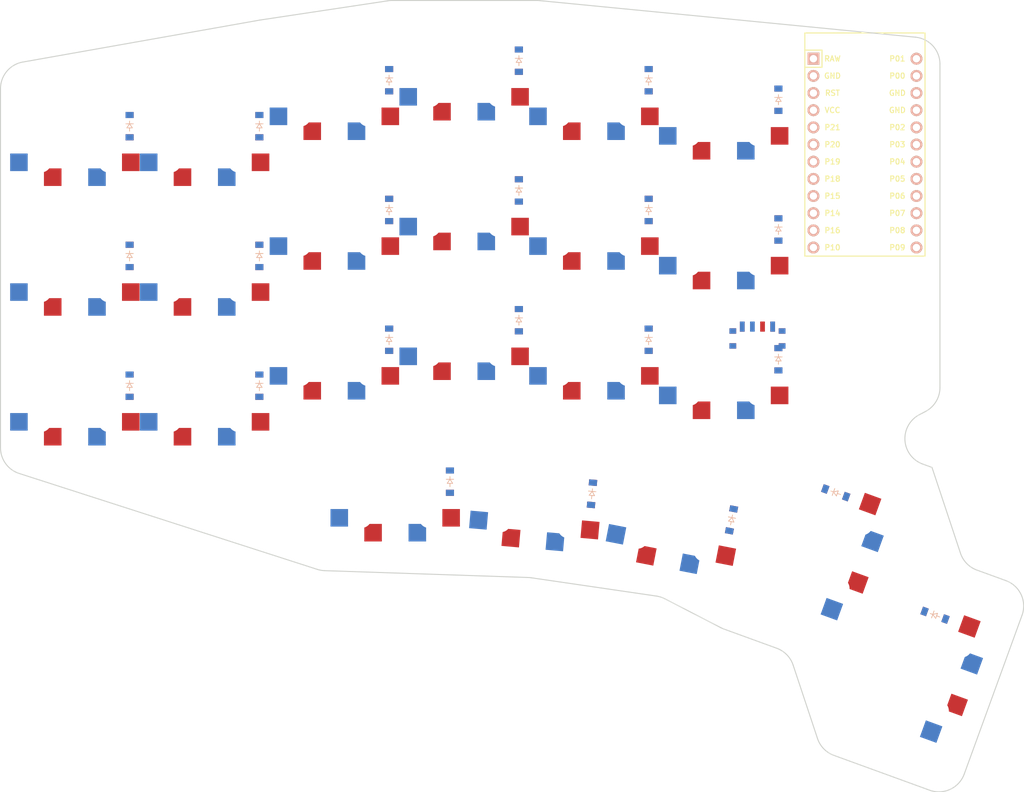
<source format=kicad_pcb>

            
(kicad_pcb (version 20171130) (host pcbnew 5.1.6)

  (page A3)
  (title_block
    (title keybear)
    (rev v1.0.0)
    (company Unknown)
  )

  (general
    (thickness 1.6)
  )

  (layers
    (0 F.Cu signal)
    (31 B.Cu signal)
    (32 B.Adhes user)
    (33 F.Adhes user)
    (34 B.Paste user)
    (35 F.Paste user)
    (36 B.SilkS user)
    (37 F.SilkS user)
    (38 B.Mask user)
    (39 F.Mask user)
    (40 Dwgs.User user)
    (41 Cmts.User user)
    (42 Eco1.User user)
    (43 Eco2.User user)
    (44 Edge.Cuts user)
    (45 Margin user)
    (46 B.CrtYd user)
    (47 F.CrtYd user)
    (48 B.Fab user)
    (49 F.Fab user)
  )

  (setup
    (last_trace_width 0.25)
    (trace_clearance 0.2)
    (zone_clearance 0.508)
    (zone_45_only no)
    (trace_min 0.2)
    (via_size 0.8)
    (via_drill 0.4)
    (via_min_size 0.4)
    (via_min_drill 0.3)
    (uvia_size 0.3)
    (uvia_drill 0.1)
    (uvias_allowed no)
    (uvia_min_size 0.2)
    (uvia_min_drill 0.1)
    (edge_width 0.05)
    (segment_width 0.2)
    (pcb_text_width 0.3)
    (pcb_text_size 1.5 1.5)
    (mod_edge_width 0.12)
    (mod_text_size 1 1)
    (mod_text_width 0.15)
    (pad_size 1.524 1.524)
    (pad_drill 0.762)
    (pad_to_mask_clearance 0.05)
    (aux_axis_origin 0 0)
    (visible_elements FFFFFF7F)
    (pcbplotparams
      (layerselection 0x010fc_ffffffff)
      (usegerberextensions false)
      (usegerberattributes true)
      (usegerberadvancedattributes true)
      (creategerberjobfile true)
      (excludeedgelayer true)
      (linewidth 0.100000)
      (plotframeref false)
      (viasonmask false)
      (mode 1)
      (useauxorigin false)
      (hpglpennumber 1)
      (hpglpenspeed 20)
      (hpglpendiameter 15.000000)
      (psnegative false)
      (psa4output false)
      (plotreference true)
      (plotvalue true)
      (plotinvisibletext false)
      (padsonsilk false)
      (subtractmaskfromsilk false)
      (outputformat 1)
      (mirror false)
      (drillshape 1)
      (scaleselection 1)
      (outputdirectory ""))
  )

            (net 0 "")
(net 1 "outer_bottom")
(net 2 "outer_home")
(net 3 "outer_top")
(net 4 "pinky_bottom")
(net 5 "pinky_home")
(net 6 "pinky_top")
(net 7 "ring_bottom")
(net 8 "ring_home")
(net 9 "ring_top")
(net 10 "middle_bottom")
(net 11 "middle_home")
(net 12 "middle_top")
(net 13 "index_bottom")
(net 14 "index_home")
(net 15 "index_top")
(net 16 "inner_bottom")
(net 17 "inner_home")
(net 18 "inner_top")
(net 19 "opt_cluster")
(net 20 "ctrl_cluster")
(net 21 "layer_cluster")
(net 22 "space_cluster")
(net 23 "layer2_cluster")
(net 24 "RAW")
(net 25 "GND")
(net 26 "RST")
(net 27 "VCC")
(net 28 "P21")
(net 29 "P20")
(net 30 "P19")
(net 31 "P18")
(net 32 "P15")
(net 33 "P14")
(net 34 "P16")
(net 35 "P10")
(net 36 "P1")
(net 37 "P0")
(net 38 "P2")
(net 39 "P3")
(net 40 "P4")
(net 41 "P5")
(net 42 "P6")
(net 43 "P7")
(net 44 "P8")
(net 45 "P9")
            
  (net_class Default "This is the default net class."
    (clearance 0.2)
    (trace_width 0.25)
    (via_dia 0.8)
    (via_drill 0.4)
    (uvia_dia 0.3)
    (uvia_drill 0.1)
    (add_net "")
(add_net "outer_bottom")
(add_net "outer_home")
(add_net "outer_top")
(add_net "pinky_bottom")
(add_net "pinky_home")
(add_net "pinky_top")
(add_net "ring_bottom")
(add_net "ring_home")
(add_net "ring_top")
(add_net "middle_bottom")
(add_net "middle_home")
(add_net "middle_top")
(add_net "index_bottom")
(add_net "index_home")
(add_net "index_top")
(add_net "inner_bottom")
(add_net "inner_home")
(add_net "inner_top")
(add_net "opt_cluster")
(add_net "ctrl_cluster")
(add_net "layer_cluster")
(add_net "space_cluster")
(add_net "layer2_cluster")
(add_net "RAW")
(add_net "GND")
(add_net "RST")
(add_net "VCC")
(add_net "P21")
(add_net "P20")
(add_net "P19")
(add_net "P18")
(add_net "P15")
(add_net "P14")
(add_net "P16")
(add_net "P10")
(add_net "P1")
(add_net "P0")
(add_net "P2")
(add_net "P3")
(add_net "P4")
(add_net "P5")
(add_net "P6")
(add_net "P7")
(add_net "P8")
(add_net "P9")
  )

            
        
      (module PG1350 (layer F.Cu) (tedit 5DD50112)
      (at 150 150 180)

      
      (fp_text reference "S1" (at 0 0) (layer F.SilkS) hide (effects (font (size 1.27 1.27) (thickness 0.15))))
      (fp_text value "" (at 0 0) (layer F.SilkS) hide (effects (font (size 1.27 1.27) (thickness 0.15))))

      
      (fp_line (start -7 -6) (end -7 -7) (layer Dwgs.User) (width 0.15))
      (fp_line (start -7 7) (end -6 7) (layer Dwgs.User) (width 0.15))
      (fp_line (start -6 -7) (end -7 -7) (layer Dwgs.User) (width 0.15))
      (fp_line (start -7 7) (end -7 6) (layer Dwgs.User) (width 0.15))
      (fp_line (start 7 6) (end 7 7) (layer Dwgs.User) (width 0.15))
      (fp_line (start 7 -7) (end 6 -7) (layer Dwgs.User) (width 0.15))
      (fp_line (start 6 7) (end 7 7) (layer Dwgs.User) (width 0.15))
      (fp_line (start 7 -7) (end 7 -6) (layer Dwgs.User) (width 0.15))      
      
      
      (pad "" np_thru_hole circle (at 0 0) (size 3.429 3.429) (drill 3.429) (layers *.Cu *.Mask))
        
      
      (pad "" np_thru_hole circle (at 5.5 0) (size 1.7018 1.7018) (drill 1.7018) (layers *.Cu *.Mask))
      (pad "" np_thru_hole circle (at -5.5 0) (size 1.7018 1.7018) (drill 1.7018) (layers *.Cu *.Mask))
      
        
      
      (fp_line (start -9 -8.5) (end 9 -8.5) (layer Dwgs.User) (width 0.15))
      (fp_line (start 9 -8.5) (end 9 8.5) (layer Dwgs.User) (width 0.15))
      (fp_line (start 9 8.5) (end -9 8.5) (layer Dwgs.User) (width 0.15))
      (fp_line (start -9 8.5) (end -9 -8.5) (layer Dwgs.User) (width 0.15))
      
        
          
          (pad "" np_thru_hole circle (at 5 -3.75) (size 3 3) (drill 3) (layers *.Cu *.Mask))
          (pad "" np_thru_hole circle (at 0 -5.95) (size 3 3) (drill 3) (layers *.Cu *.Mask))
      
          
          (pad 1 smd rect (at -3.275 -5.95 180) (size 2.6 2.6) (layers B.Cu B.Paste B.Mask)  (net 0 ""))
          (pad 2 smd rect (at 8.275 -3.75 180) (size 2.6 2.6) (layers B.Cu B.Paste B.Mask)  (net 1 "outer_bottom"))
        
        
          
          (pad "" np_thru_hole circle (at -5 -3.75) (size 3 3) (drill 3) (layers *.Cu *.Mask))
          (pad "" np_thru_hole circle (at 0 -5.95) (size 3 3) (drill 3) (layers *.Cu *.Mask))
      
          
          (pad 1 smd rect (at 3.275 -5.95 180) (size 2.6 2.6) (layers F.Cu F.Paste F.Mask)  (net 0 ""))
          (pad 2 smd rect (at -8.275 -3.75 180) (size 2.6 2.6) (layers F.Cu F.Paste F.Mask)  (net 1 "outer_bottom"))
        )
        

        
      (module PG1350 (layer F.Cu) (tedit 5DD50112)
      (at 150 130.8 180)

      
      (fp_text reference "S2" (at 0 0) (layer F.SilkS) hide (effects (font (size 1.27 1.27) (thickness 0.15))))
      (fp_text value "" (at 0 0) (layer F.SilkS) hide (effects (font (size 1.27 1.27) (thickness 0.15))))

      
      (fp_line (start -7 -6) (end -7 -7) (layer Dwgs.User) (width 0.15))
      (fp_line (start -7 7) (end -6 7) (layer Dwgs.User) (width 0.15))
      (fp_line (start -6 -7) (end -7 -7) (layer Dwgs.User) (width 0.15))
      (fp_line (start -7 7) (end -7 6) (layer Dwgs.User) (width 0.15))
      (fp_line (start 7 6) (end 7 7) (layer Dwgs.User) (width 0.15))
      (fp_line (start 7 -7) (end 6 -7) (layer Dwgs.User) (width 0.15))
      (fp_line (start 6 7) (end 7 7) (layer Dwgs.User) (width 0.15))
      (fp_line (start 7 -7) (end 7 -6) (layer Dwgs.User) (width 0.15))      
      
      
      (pad "" np_thru_hole circle (at 0 0) (size 3.429 3.429) (drill 3.429) (layers *.Cu *.Mask))
        
      
      (pad "" np_thru_hole circle (at 5.5 0) (size 1.7018 1.7018) (drill 1.7018) (layers *.Cu *.Mask))
      (pad "" np_thru_hole circle (at -5.5 0) (size 1.7018 1.7018) (drill 1.7018) (layers *.Cu *.Mask))
      
        
      
      (fp_line (start -9 -8.5) (end 9 -8.5) (layer Dwgs.User) (width 0.15))
      (fp_line (start 9 -8.5) (end 9 8.5) (layer Dwgs.User) (width 0.15))
      (fp_line (start 9 8.5) (end -9 8.5) (layer Dwgs.User) (width 0.15))
      (fp_line (start -9 8.5) (end -9 -8.5) (layer Dwgs.User) (width 0.15))
      
        
          
          (pad "" np_thru_hole circle (at 5 -3.75) (size 3 3) (drill 3) (layers *.Cu *.Mask))
          (pad "" np_thru_hole circle (at 0 -5.95) (size 3 3) (drill 3) (layers *.Cu *.Mask))
      
          
          (pad 1 smd rect (at -3.275 -5.95 180) (size 2.6 2.6) (layers B.Cu B.Paste B.Mask)  (net 0 ""))
          (pad 2 smd rect (at 8.275 -3.75 180) (size 2.6 2.6) (layers B.Cu B.Paste B.Mask)  (net 2 "outer_home"))
        
        
          
          (pad "" np_thru_hole circle (at -5 -3.75) (size 3 3) (drill 3) (layers *.Cu *.Mask))
          (pad "" np_thru_hole circle (at 0 -5.95) (size 3 3) (drill 3) (layers *.Cu *.Mask))
      
          
          (pad 1 smd rect (at 3.275 -5.95 180) (size 2.6 2.6) (layers F.Cu F.Paste F.Mask)  (net 0 ""))
          (pad 2 smd rect (at -8.275 -3.75 180) (size 2.6 2.6) (layers F.Cu F.Paste F.Mask)  (net 2 "outer_home"))
        )
        

        
      (module PG1350 (layer F.Cu) (tedit 5DD50112)
      (at 150 111.60000000000001 180)

      
      (fp_text reference "S3" (at 0 0) (layer F.SilkS) hide (effects (font (size 1.27 1.27) (thickness 0.15))))
      (fp_text value "" (at 0 0) (layer F.SilkS) hide (effects (font (size 1.27 1.27) (thickness 0.15))))

      
      (fp_line (start -7 -6) (end -7 -7) (layer Dwgs.User) (width 0.15))
      (fp_line (start -7 7) (end -6 7) (layer Dwgs.User) (width 0.15))
      (fp_line (start -6 -7) (end -7 -7) (layer Dwgs.User) (width 0.15))
      (fp_line (start -7 7) (end -7 6) (layer Dwgs.User) (width 0.15))
      (fp_line (start 7 6) (end 7 7) (layer Dwgs.User) (width 0.15))
      (fp_line (start 7 -7) (end 6 -7) (layer Dwgs.User) (width 0.15))
      (fp_line (start 6 7) (end 7 7) (layer Dwgs.User) (width 0.15))
      (fp_line (start 7 -7) (end 7 -6) (layer Dwgs.User) (width 0.15))      
      
      
      (pad "" np_thru_hole circle (at 0 0) (size 3.429 3.429) (drill 3.429) (layers *.Cu *.Mask))
        
      
      (pad "" np_thru_hole circle (at 5.5 0) (size 1.7018 1.7018) (drill 1.7018) (layers *.Cu *.Mask))
      (pad "" np_thru_hole circle (at -5.5 0) (size 1.7018 1.7018) (drill 1.7018) (layers *.Cu *.Mask))
      
        
      
      (fp_line (start -9 -8.5) (end 9 -8.5) (layer Dwgs.User) (width 0.15))
      (fp_line (start 9 -8.5) (end 9 8.5) (layer Dwgs.User) (width 0.15))
      (fp_line (start 9 8.5) (end -9 8.5) (layer Dwgs.User) (width 0.15))
      (fp_line (start -9 8.5) (end -9 -8.5) (layer Dwgs.User) (width 0.15))
      
        
          
          (pad "" np_thru_hole circle (at 5 -3.75) (size 3 3) (drill 3) (layers *.Cu *.Mask))
          (pad "" np_thru_hole circle (at 0 -5.95) (size 3 3) (drill 3) (layers *.Cu *.Mask))
      
          
          (pad 1 smd rect (at -3.275 -5.95 180) (size 2.6 2.6) (layers B.Cu B.Paste B.Mask)  (net 0 ""))
          (pad 2 smd rect (at 8.275 -3.75 180) (size 2.6 2.6) (layers B.Cu B.Paste B.Mask)  (net 3 "outer_top"))
        
        
          
          (pad "" np_thru_hole circle (at -5 -3.75) (size 3 3) (drill 3) (layers *.Cu *.Mask))
          (pad "" np_thru_hole circle (at 0 -5.95) (size 3 3) (drill 3) (layers *.Cu *.Mask))
      
          
          (pad 1 smd rect (at 3.275 -5.95 180) (size 2.6 2.6) (layers F.Cu F.Paste F.Mask)  (net 0 ""))
          (pad 2 smd rect (at -8.275 -3.75 180) (size 2.6 2.6) (layers F.Cu F.Paste F.Mask)  (net 3 "outer_top"))
        )
        

        
      (module PG1350 (layer F.Cu) (tedit 5DD50112)
      (at 169.2 150 180)

      
      (fp_text reference "S4" (at 0 0) (layer F.SilkS) hide (effects (font (size 1.27 1.27) (thickness 0.15))))
      (fp_text value "" (at 0 0) (layer F.SilkS) hide (effects (font (size 1.27 1.27) (thickness 0.15))))

      
      (fp_line (start -7 -6) (end -7 -7) (layer Dwgs.User) (width 0.15))
      (fp_line (start -7 7) (end -6 7) (layer Dwgs.User) (width 0.15))
      (fp_line (start -6 -7) (end -7 -7) (layer Dwgs.User) (width 0.15))
      (fp_line (start -7 7) (end -7 6) (layer Dwgs.User) (width 0.15))
      (fp_line (start 7 6) (end 7 7) (layer Dwgs.User) (width 0.15))
      (fp_line (start 7 -7) (end 6 -7) (layer Dwgs.User) (width 0.15))
      (fp_line (start 6 7) (end 7 7) (layer Dwgs.User) (width 0.15))
      (fp_line (start 7 -7) (end 7 -6) (layer Dwgs.User) (width 0.15))      
      
      
      (pad "" np_thru_hole circle (at 0 0) (size 3.429 3.429) (drill 3.429) (layers *.Cu *.Mask))
        
      
      (pad "" np_thru_hole circle (at 5.5 0) (size 1.7018 1.7018) (drill 1.7018) (layers *.Cu *.Mask))
      (pad "" np_thru_hole circle (at -5.5 0) (size 1.7018 1.7018) (drill 1.7018) (layers *.Cu *.Mask))
      
        
      
      (fp_line (start -9 -8.5) (end 9 -8.5) (layer Dwgs.User) (width 0.15))
      (fp_line (start 9 -8.5) (end 9 8.5) (layer Dwgs.User) (width 0.15))
      (fp_line (start 9 8.5) (end -9 8.5) (layer Dwgs.User) (width 0.15))
      (fp_line (start -9 8.5) (end -9 -8.5) (layer Dwgs.User) (width 0.15))
      
        
          
          (pad "" np_thru_hole circle (at 5 -3.75) (size 3 3) (drill 3) (layers *.Cu *.Mask))
          (pad "" np_thru_hole circle (at 0 -5.95) (size 3 3) (drill 3) (layers *.Cu *.Mask))
      
          
          (pad 1 smd rect (at -3.275 -5.95 180) (size 2.6 2.6) (layers B.Cu B.Paste B.Mask)  (net 0 ""))
          (pad 2 smd rect (at 8.275 -3.75 180) (size 2.6 2.6) (layers B.Cu B.Paste B.Mask)  (net 4 "pinky_bottom"))
        
        
          
          (pad "" np_thru_hole circle (at -5 -3.75) (size 3 3) (drill 3) (layers *.Cu *.Mask))
          (pad "" np_thru_hole circle (at 0 -5.95) (size 3 3) (drill 3) (layers *.Cu *.Mask))
      
          
          (pad 1 smd rect (at 3.275 -5.95 180) (size 2.6 2.6) (layers F.Cu F.Paste F.Mask)  (net 0 ""))
          (pad 2 smd rect (at -8.275 -3.75 180) (size 2.6 2.6) (layers F.Cu F.Paste F.Mask)  (net 4 "pinky_bottom"))
        )
        

        
      (module PG1350 (layer F.Cu) (tedit 5DD50112)
      (at 169.2 130.8 180)

      
      (fp_text reference "S5" (at 0 0) (layer F.SilkS) hide (effects (font (size 1.27 1.27) (thickness 0.15))))
      (fp_text value "" (at 0 0) (layer F.SilkS) hide (effects (font (size 1.27 1.27) (thickness 0.15))))

      
      (fp_line (start -7 -6) (end -7 -7) (layer Dwgs.User) (width 0.15))
      (fp_line (start -7 7) (end -6 7) (layer Dwgs.User) (width 0.15))
      (fp_line (start -6 -7) (end -7 -7) (layer Dwgs.User) (width 0.15))
      (fp_line (start -7 7) (end -7 6) (layer Dwgs.User) (width 0.15))
      (fp_line (start 7 6) (end 7 7) (layer Dwgs.User) (width 0.15))
      (fp_line (start 7 -7) (end 6 -7) (layer Dwgs.User) (width 0.15))
      (fp_line (start 6 7) (end 7 7) (layer Dwgs.User) (width 0.15))
      (fp_line (start 7 -7) (end 7 -6) (layer Dwgs.User) (width 0.15))      
      
      
      (pad "" np_thru_hole circle (at 0 0) (size 3.429 3.429) (drill 3.429) (layers *.Cu *.Mask))
        
      
      (pad "" np_thru_hole circle (at 5.5 0) (size 1.7018 1.7018) (drill 1.7018) (layers *.Cu *.Mask))
      (pad "" np_thru_hole circle (at -5.5 0) (size 1.7018 1.7018) (drill 1.7018) (layers *.Cu *.Mask))
      
        
      
      (fp_line (start -9 -8.5) (end 9 -8.5) (layer Dwgs.User) (width 0.15))
      (fp_line (start 9 -8.5) (end 9 8.5) (layer Dwgs.User) (width 0.15))
      (fp_line (start 9 8.5) (end -9 8.5) (layer Dwgs.User) (width 0.15))
      (fp_line (start -9 8.5) (end -9 -8.5) (layer Dwgs.User) (width 0.15))
      
        
          
          (pad "" np_thru_hole circle (at 5 -3.75) (size 3 3) (drill 3) (layers *.Cu *.Mask))
          (pad "" np_thru_hole circle (at 0 -5.95) (size 3 3) (drill 3) (layers *.Cu *.Mask))
      
          
          (pad 1 smd rect (at -3.275 -5.95 180) (size 2.6 2.6) (layers B.Cu B.Paste B.Mask)  (net 0 ""))
          (pad 2 smd rect (at 8.275 -3.75 180) (size 2.6 2.6) (layers B.Cu B.Paste B.Mask)  (net 5 "pinky_home"))
        
        
          
          (pad "" np_thru_hole circle (at -5 -3.75) (size 3 3) (drill 3) (layers *.Cu *.Mask))
          (pad "" np_thru_hole circle (at 0 -5.95) (size 3 3) (drill 3) (layers *.Cu *.Mask))
      
          
          (pad 1 smd rect (at 3.275 -5.95 180) (size 2.6 2.6) (layers F.Cu F.Paste F.Mask)  (net 0 ""))
          (pad 2 smd rect (at -8.275 -3.75 180) (size 2.6 2.6) (layers F.Cu F.Paste F.Mask)  (net 5 "pinky_home"))
        )
        

        
      (module PG1350 (layer F.Cu) (tedit 5DD50112)
      (at 169.2 111.60000000000001 180)

      
      (fp_text reference "S6" (at 0 0) (layer F.SilkS) hide (effects (font (size 1.27 1.27) (thickness 0.15))))
      (fp_text value "" (at 0 0) (layer F.SilkS) hide (effects (font (size 1.27 1.27) (thickness 0.15))))

      
      (fp_line (start -7 -6) (end -7 -7) (layer Dwgs.User) (width 0.15))
      (fp_line (start -7 7) (end -6 7) (layer Dwgs.User) (width 0.15))
      (fp_line (start -6 -7) (end -7 -7) (layer Dwgs.User) (width 0.15))
      (fp_line (start -7 7) (end -7 6) (layer Dwgs.User) (width 0.15))
      (fp_line (start 7 6) (end 7 7) (layer Dwgs.User) (width 0.15))
      (fp_line (start 7 -7) (end 6 -7) (layer Dwgs.User) (width 0.15))
      (fp_line (start 6 7) (end 7 7) (layer Dwgs.User) (width 0.15))
      (fp_line (start 7 -7) (end 7 -6) (layer Dwgs.User) (width 0.15))      
      
      
      (pad "" np_thru_hole circle (at 0 0) (size 3.429 3.429) (drill 3.429) (layers *.Cu *.Mask))
        
      
      (pad "" np_thru_hole circle (at 5.5 0) (size 1.7018 1.7018) (drill 1.7018) (layers *.Cu *.Mask))
      (pad "" np_thru_hole circle (at -5.5 0) (size 1.7018 1.7018) (drill 1.7018) (layers *.Cu *.Mask))
      
        
      
      (fp_line (start -9 -8.5) (end 9 -8.5) (layer Dwgs.User) (width 0.15))
      (fp_line (start 9 -8.5) (end 9 8.5) (layer Dwgs.User) (width 0.15))
      (fp_line (start 9 8.5) (end -9 8.5) (layer Dwgs.User) (width 0.15))
      (fp_line (start -9 8.5) (end -9 -8.5) (layer Dwgs.User) (width 0.15))
      
        
          
          (pad "" np_thru_hole circle (at 5 -3.75) (size 3 3) (drill 3) (layers *.Cu *.Mask))
          (pad "" np_thru_hole circle (at 0 -5.95) (size 3 3) (drill 3) (layers *.Cu *.Mask))
      
          
          (pad 1 smd rect (at -3.275 -5.95 180) (size 2.6 2.6) (layers B.Cu B.Paste B.Mask)  (net 0 ""))
          (pad 2 smd rect (at 8.275 -3.75 180) (size 2.6 2.6) (layers B.Cu B.Paste B.Mask)  (net 6 "pinky_top"))
        
        
          
          (pad "" np_thru_hole circle (at -5 -3.75) (size 3 3) (drill 3) (layers *.Cu *.Mask))
          (pad "" np_thru_hole circle (at 0 -5.95) (size 3 3) (drill 3) (layers *.Cu *.Mask))
      
          
          (pad 1 smd rect (at 3.275 -5.95 180) (size 2.6 2.6) (layers F.Cu F.Paste F.Mask)  (net 0 ""))
          (pad 2 smd rect (at -8.275 -3.75 180) (size 2.6 2.6) (layers F.Cu F.Paste F.Mask)  (net 6 "pinky_top"))
        )
        

        
      (module PG1350 (layer F.Cu) (tedit 5DD50112)
      (at 188.4 143.2 180)

      
      (fp_text reference "S7" (at 0 0) (layer F.SilkS) hide (effects (font (size 1.27 1.27) (thickness 0.15))))
      (fp_text value "" (at 0 0) (layer F.SilkS) hide (effects (font (size 1.27 1.27) (thickness 0.15))))

      
      (fp_line (start -7 -6) (end -7 -7) (layer Dwgs.User) (width 0.15))
      (fp_line (start -7 7) (end -6 7) (layer Dwgs.User) (width 0.15))
      (fp_line (start -6 -7) (end -7 -7) (layer Dwgs.User) (width 0.15))
      (fp_line (start -7 7) (end -7 6) (layer Dwgs.User) (width 0.15))
      (fp_line (start 7 6) (end 7 7) (layer Dwgs.User) (width 0.15))
      (fp_line (start 7 -7) (end 6 -7) (layer Dwgs.User) (width 0.15))
      (fp_line (start 6 7) (end 7 7) (layer Dwgs.User) (width 0.15))
      (fp_line (start 7 -7) (end 7 -6) (layer Dwgs.User) (width 0.15))      
      
      
      (pad "" np_thru_hole circle (at 0 0) (size 3.429 3.429) (drill 3.429) (layers *.Cu *.Mask))
        
      
      (pad "" np_thru_hole circle (at 5.5 0) (size 1.7018 1.7018) (drill 1.7018) (layers *.Cu *.Mask))
      (pad "" np_thru_hole circle (at -5.5 0) (size 1.7018 1.7018) (drill 1.7018) (layers *.Cu *.Mask))
      
        
      
      (fp_line (start -9 -8.5) (end 9 -8.5) (layer Dwgs.User) (width 0.15))
      (fp_line (start 9 -8.5) (end 9 8.5) (layer Dwgs.User) (width 0.15))
      (fp_line (start 9 8.5) (end -9 8.5) (layer Dwgs.User) (width 0.15))
      (fp_line (start -9 8.5) (end -9 -8.5) (layer Dwgs.User) (width 0.15))
      
        
          
          (pad "" np_thru_hole circle (at 5 -3.75) (size 3 3) (drill 3) (layers *.Cu *.Mask))
          (pad "" np_thru_hole circle (at 0 -5.95) (size 3 3) (drill 3) (layers *.Cu *.Mask))
      
          
          (pad 1 smd rect (at -3.275 -5.95 180) (size 2.6 2.6) (layers B.Cu B.Paste B.Mask)  (net 0 ""))
          (pad 2 smd rect (at 8.275 -3.75 180) (size 2.6 2.6) (layers B.Cu B.Paste B.Mask)  (net 7 "ring_bottom"))
        
        
          
          (pad "" np_thru_hole circle (at -5 -3.75) (size 3 3) (drill 3) (layers *.Cu *.Mask))
          (pad "" np_thru_hole circle (at 0 -5.95) (size 3 3) (drill 3) (layers *.Cu *.Mask))
      
          
          (pad 1 smd rect (at 3.275 -5.95 180) (size 2.6 2.6) (layers F.Cu F.Paste F.Mask)  (net 0 ""))
          (pad 2 smd rect (at -8.275 -3.75 180) (size 2.6 2.6) (layers F.Cu F.Paste F.Mask)  (net 7 "ring_bottom"))
        )
        

        
      (module PG1350 (layer F.Cu) (tedit 5DD50112)
      (at 188.4 123.99999999999999 180)

      
      (fp_text reference "S8" (at 0 0) (layer F.SilkS) hide (effects (font (size 1.27 1.27) (thickness 0.15))))
      (fp_text value "" (at 0 0) (layer F.SilkS) hide (effects (font (size 1.27 1.27) (thickness 0.15))))

      
      (fp_line (start -7 -6) (end -7 -7) (layer Dwgs.User) (width 0.15))
      (fp_line (start -7 7) (end -6 7) (layer Dwgs.User) (width 0.15))
      (fp_line (start -6 -7) (end -7 -7) (layer Dwgs.User) (width 0.15))
      (fp_line (start -7 7) (end -7 6) (layer Dwgs.User) (width 0.15))
      (fp_line (start 7 6) (end 7 7) (layer Dwgs.User) (width 0.15))
      (fp_line (start 7 -7) (end 6 -7) (layer Dwgs.User) (width 0.15))
      (fp_line (start 6 7) (end 7 7) (layer Dwgs.User) (width 0.15))
      (fp_line (start 7 -7) (end 7 -6) (layer Dwgs.User) (width 0.15))      
      
      
      (pad "" np_thru_hole circle (at 0 0) (size 3.429 3.429) (drill 3.429) (layers *.Cu *.Mask))
        
      
      (pad "" np_thru_hole circle (at 5.5 0) (size 1.7018 1.7018) (drill 1.7018) (layers *.Cu *.Mask))
      (pad "" np_thru_hole circle (at -5.5 0) (size 1.7018 1.7018) (drill 1.7018) (layers *.Cu *.Mask))
      
        
      
      (fp_line (start -9 -8.5) (end 9 -8.5) (layer Dwgs.User) (width 0.15))
      (fp_line (start 9 -8.5) (end 9 8.5) (layer Dwgs.User) (width 0.15))
      (fp_line (start 9 8.5) (end -9 8.5) (layer Dwgs.User) (width 0.15))
      (fp_line (start -9 8.5) (end -9 -8.5) (layer Dwgs.User) (width 0.15))
      
        
          
          (pad "" np_thru_hole circle (at 5 -3.75) (size 3 3) (drill 3) (layers *.Cu *.Mask))
          (pad "" np_thru_hole circle (at 0 -5.95) (size 3 3) (drill 3) (layers *.Cu *.Mask))
      
          
          (pad 1 smd rect (at -3.275 -5.95 180) (size 2.6 2.6) (layers B.Cu B.Paste B.Mask)  (net 0 ""))
          (pad 2 smd rect (at 8.275 -3.75 180) (size 2.6 2.6) (layers B.Cu B.Paste B.Mask)  (net 8 "ring_home"))
        
        
          
          (pad "" np_thru_hole circle (at -5 -3.75) (size 3 3) (drill 3) (layers *.Cu *.Mask))
          (pad "" np_thru_hole circle (at 0 -5.95) (size 3 3) (drill 3) (layers *.Cu *.Mask))
      
          
          (pad 1 smd rect (at 3.275 -5.95 180) (size 2.6 2.6) (layers F.Cu F.Paste F.Mask)  (net 0 ""))
          (pad 2 smd rect (at -8.275 -3.75 180) (size 2.6 2.6) (layers F.Cu F.Paste F.Mask)  (net 8 "ring_home"))
        )
        

        
      (module PG1350 (layer F.Cu) (tedit 5DD50112)
      (at 188.4 104.79999999999998 180)

      
      (fp_text reference "S9" (at 0 0) (layer F.SilkS) hide (effects (font (size 1.27 1.27) (thickness 0.15))))
      (fp_text value "" (at 0 0) (layer F.SilkS) hide (effects (font (size 1.27 1.27) (thickness 0.15))))

      
      (fp_line (start -7 -6) (end -7 -7) (layer Dwgs.User) (width 0.15))
      (fp_line (start -7 7) (end -6 7) (layer Dwgs.User) (width 0.15))
      (fp_line (start -6 -7) (end -7 -7) (layer Dwgs.User) (width 0.15))
      (fp_line (start -7 7) (end -7 6) (layer Dwgs.User) (width 0.15))
      (fp_line (start 7 6) (end 7 7) (layer Dwgs.User) (width 0.15))
      (fp_line (start 7 -7) (end 6 -7) (layer Dwgs.User) (width 0.15))
      (fp_line (start 6 7) (end 7 7) (layer Dwgs.User) (width 0.15))
      (fp_line (start 7 -7) (end 7 -6) (layer Dwgs.User) (width 0.15))      
      
      
      (pad "" np_thru_hole circle (at 0 0) (size 3.429 3.429) (drill 3.429) (layers *.Cu *.Mask))
        
      
      (pad "" np_thru_hole circle (at 5.5 0) (size 1.7018 1.7018) (drill 1.7018) (layers *.Cu *.Mask))
      (pad "" np_thru_hole circle (at -5.5 0) (size 1.7018 1.7018) (drill 1.7018) (layers *.Cu *.Mask))
      
        
      
      (fp_line (start -9 -8.5) (end 9 -8.5) (layer Dwgs.User) (width 0.15))
      (fp_line (start 9 -8.5) (end 9 8.5) (layer Dwgs.User) (width 0.15))
      (fp_line (start 9 8.5) (end -9 8.5) (layer Dwgs.User) (width 0.15))
      (fp_line (start -9 8.5) (end -9 -8.5) (layer Dwgs.User) (width 0.15))
      
        
          
          (pad "" np_thru_hole circle (at 5 -3.75) (size 3 3) (drill 3) (layers *.Cu *.Mask))
          (pad "" np_thru_hole circle (at 0 -5.95) (size 3 3) (drill 3) (layers *.Cu *.Mask))
      
          
          (pad 1 smd rect (at -3.275 -5.95 180) (size 2.6 2.6) (layers B.Cu B.Paste B.Mask)  (net 0 ""))
          (pad 2 smd rect (at 8.275 -3.75 180) (size 2.6 2.6) (layers B.Cu B.Paste B.Mask)  (net 9 "ring_top"))
        
        
          
          (pad "" np_thru_hole circle (at -5 -3.75) (size 3 3) (drill 3) (layers *.Cu *.Mask))
          (pad "" np_thru_hole circle (at 0 -5.95) (size 3 3) (drill 3) (layers *.Cu *.Mask))
      
          
          (pad 1 smd rect (at 3.275 -5.95 180) (size 2.6 2.6) (layers F.Cu F.Paste F.Mask)  (net 0 ""))
          (pad 2 smd rect (at -8.275 -3.75 180) (size 2.6 2.6) (layers F.Cu F.Paste F.Mask)  (net 9 "ring_top"))
        )
        

        
      (module PG1350 (layer F.Cu) (tedit 5DD50112)
      (at 207.6 140.31 180)

      
      (fp_text reference "S10" (at 0 0) (layer F.SilkS) hide (effects (font (size 1.27 1.27) (thickness 0.15))))
      (fp_text value "" (at 0 0) (layer F.SilkS) hide (effects (font (size 1.27 1.27) (thickness 0.15))))

      
      (fp_line (start -7 -6) (end -7 -7) (layer Dwgs.User) (width 0.15))
      (fp_line (start -7 7) (end -6 7) (layer Dwgs.User) (width 0.15))
      (fp_line (start -6 -7) (end -7 -7) (layer Dwgs.User) (width 0.15))
      (fp_line (start -7 7) (end -7 6) (layer Dwgs.User) (width 0.15))
      (fp_line (start 7 6) (end 7 7) (layer Dwgs.User) (width 0.15))
      (fp_line (start 7 -7) (end 6 -7) (layer Dwgs.User) (width 0.15))
      (fp_line (start 6 7) (end 7 7) (layer Dwgs.User) (width 0.15))
      (fp_line (start 7 -7) (end 7 -6) (layer Dwgs.User) (width 0.15))      
      
      
      (pad "" np_thru_hole circle (at 0 0) (size 3.429 3.429) (drill 3.429) (layers *.Cu *.Mask))
        
      
      (pad "" np_thru_hole circle (at 5.5 0) (size 1.7018 1.7018) (drill 1.7018) (layers *.Cu *.Mask))
      (pad "" np_thru_hole circle (at -5.5 0) (size 1.7018 1.7018) (drill 1.7018) (layers *.Cu *.Mask))
      
        
      
      (fp_line (start -9 -8.5) (end 9 -8.5) (layer Dwgs.User) (width 0.15))
      (fp_line (start 9 -8.5) (end 9 8.5) (layer Dwgs.User) (width 0.15))
      (fp_line (start 9 8.5) (end -9 8.5) (layer Dwgs.User) (width 0.15))
      (fp_line (start -9 8.5) (end -9 -8.5) (layer Dwgs.User) (width 0.15))
      
        
          
          (pad "" np_thru_hole circle (at 5 -3.75) (size 3 3) (drill 3) (layers *.Cu *.Mask))
          (pad "" np_thru_hole circle (at 0 -5.95) (size 3 3) (drill 3) (layers *.Cu *.Mask))
      
          
          (pad 1 smd rect (at -3.275 -5.95 180) (size 2.6 2.6) (layers B.Cu B.Paste B.Mask)  (net 0 ""))
          (pad 2 smd rect (at 8.275 -3.75 180) (size 2.6 2.6) (layers B.Cu B.Paste B.Mask)  (net 10 "middle_bottom"))
        
        
          
          (pad "" np_thru_hole circle (at -5 -3.75) (size 3 3) (drill 3) (layers *.Cu *.Mask))
          (pad "" np_thru_hole circle (at 0 -5.95) (size 3 3) (drill 3) (layers *.Cu *.Mask))
      
          
          (pad 1 smd rect (at 3.275 -5.95 180) (size 2.6 2.6) (layers F.Cu F.Paste F.Mask)  (net 0 ""))
          (pad 2 smd rect (at -8.275 -3.75 180) (size 2.6 2.6) (layers F.Cu F.Paste F.Mask)  (net 10 "middle_bottom"))
        )
        

        
      (module PG1350 (layer F.Cu) (tedit 5DD50112)
      (at 207.6 121.11 180)

      
      (fp_text reference "S11" (at 0 0) (layer F.SilkS) hide (effects (font (size 1.27 1.27) (thickness 0.15))))
      (fp_text value "" (at 0 0) (layer F.SilkS) hide (effects (font (size 1.27 1.27) (thickness 0.15))))

      
      (fp_line (start -7 -6) (end -7 -7) (layer Dwgs.User) (width 0.15))
      (fp_line (start -7 7) (end -6 7) (layer Dwgs.User) (width 0.15))
      (fp_line (start -6 -7) (end -7 -7) (layer Dwgs.User) (width 0.15))
      (fp_line (start -7 7) (end -7 6) (layer Dwgs.User) (width 0.15))
      (fp_line (start 7 6) (end 7 7) (layer Dwgs.User) (width 0.15))
      (fp_line (start 7 -7) (end 6 -7) (layer Dwgs.User) (width 0.15))
      (fp_line (start 6 7) (end 7 7) (layer Dwgs.User) (width 0.15))
      (fp_line (start 7 -7) (end 7 -6) (layer Dwgs.User) (width 0.15))      
      
      
      (pad "" np_thru_hole circle (at 0 0) (size 3.429 3.429) (drill 3.429) (layers *.Cu *.Mask))
        
      
      (pad "" np_thru_hole circle (at 5.5 0) (size 1.7018 1.7018) (drill 1.7018) (layers *.Cu *.Mask))
      (pad "" np_thru_hole circle (at -5.5 0) (size 1.7018 1.7018) (drill 1.7018) (layers *.Cu *.Mask))
      
        
      
      (fp_line (start -9 -8.5) (end 9 -8.5) (layer Dwgs.User) (width 0.15))
      (fp_line (start 9 -8.5) (end 9 8.5) (layer Dwgs.User) (width 0.15))
      (fp_line (start 9 8.5) (end -9 8.5) (layer Dwgs.User) (width 0.15))
      (fp_line (start -9 8.5) (end -9 -8.5) (layer Dwgs.User) (width 0.15))
      
        
          
          (pad "" np_thru_hole circle (at 5 -3.75) (size 3 3) (drill 3) (layers *.Cu *.Mask))
          (pad "" np_thru_hole circle (at 0 -5.95) (size 3 3) (drill 3) (layers *.Cu *.Mask))
      
          
          (pad 1 smd rect (at -3.275 -5.95 180) (size 2.6 2.6) (layers B.Cu B.Paste B.Mask)  (net 0 ""))
          (pad 2 smd rect (at 8.275 -3.75 180) (size 2.6 2.6) (layers B.Cu B.Paste B.Mask)  (net 11 "middle_home"))
        
        
          
          (pad "" np_thru_hole circle (at -5 -3.75) (size 3 3) (drill 3) (layers *.Cu *.Mask))
          (pad "" np_thru_hole circle (at 0 -5.95) (size 3 3) (drill 3) (layers *.Cu *.Mask))
      
          
          (pad 1 smd rect (at 3.275 -5.95 180) (size 2.6 2.6) (layers F.Cu F.Paste F.Mask)  (net 0 ""))
          (pad 2 smd rect (at -8.275 -3.75 180) (size 2.6 2.6) (layers F.Cu F.Paste F.Mask)  (net 11 "middle_home"))
        )
        

        
      (module PG1350 (layer F.Cu) (tedit 5DD50112)
      (at 207.6 101.91 180)

      
      (fp_text reference "S12" (at 0 0) (layer F.SilkS) hide (effects (font (size 1.27 1.27) (thickness 0.15))))
      (fp_text value "" (at 0 0) (layer F.SilkS) hide (effects (font (size 1.27 1.27) (thickness 0.15))))

      
      (fp_line (start -7 -6) (end -7 -7) (layer Dwgs.User) (width 0.15))
      (fp_line (start -7 7) (end -6 7) (layer Dwgs.User) (width 0.15))
      (fp_line (start -6 -7) (end -7 -7) (layer Dwgs.User) (width 0.15))
      (fp_line (start -7 7) (end -7 6) (layer Dwgs.User) (width 0.15))
      (fp_line (start 7 6) (end 7 7) (layer Dwgs.User) (width 0.15))
      (fp_line (start 7 -7) (end 6 -7) (layer Dwgs.User) (width 0.15))
      (fp_line (start 6 7) (end 7 7) (layer Dwgs.User) (width 0.15))
      (fp_line (start 7 -7) (end 7 -6) (layer Dwgs.User) (width 0.15))      
      
      
      (pad "" np_thru_hole circle (at 0 0) (size 3.429 3.429) (drill 3.429) (layers *.Cu *.Mask))
        
      
      (pad "" np_thru_hole circle (at 5.5 0) (size 1.7018 1.7018) (drill 1.7018) (layers *.Cu *.Mask))
      (pad "" np_thru_hole circle (at -5.5 0) (size 1.7018 1.7018) (drill 1.7018) (layers *.Cu *.Mask))
      
        
      
      (fp_line (start -9 -8.5) (end 9 -8.5) (layer Dwgs.User) (width 0.15))
      (fp_line (start 9 -8.5) (end 9 8.5) (layer Dwgs.User) (width 0.15))
      (fp_line (start 9 8.5) (end -9 8.5) (layer Dwgs.User) (width 0.15))
      (fp_line (start -9 8.5) (end -9 -8.5) (layer Dwgs.User) (width 0.15))
      
        
          
          (pad "" np_thru_hole circle (at 5 -3.75) (size 3 3) (drill 3) (layers *.Cu *.Mask))
          (pad "" np_thru_hole circle (at 0 -5.95) (size 3 3) (drill 3) (layers *.Cu *.Mask))
      
          
          (pad 1 smd rect (at -3.275 -5.95 180) (size 2.6 2.6) (layers B.Cu B.Paste B.Mask)  (net 0 ""))
          (pad 2 smd rect (at 8.275 -3.75 180) (size 2.6 2.6) (layers B.Cu B.Paste B.Mask)  (net 12 "middle_top"))
        
        
          
          (pad "" np_thru_hole circle (at -5 -3.75) (size 3 3) (drill 3) (layers *.Cu *.Mask))
          (pad "" np_thru_hole circle (at 0 -5.95) (size 3 3) (drill 3) (layers *.Cu *.Mask))
      
          
          (pad 1 smd rect (at 3.275 -5.95 180) (size 2.6 2.6) (layers F.Cu F.Paste F.Mask)  (net 0 ""))
          (pad 2 smd rect (at -8.275 -3.75 180) (size 2.6 2.6) (layers F.Cu F.Paste F.Mask)  (net 12 "middle_top"))
        )
        

        
      (module PG1350 (layer F.Cu) (tedit 5DD50112)
      (at 226.8 143.2 180)

      
      (fp_text reference "S13" (at 0 0) (layer F.SilkS) hide (effects (font (size 1.27 1.27) (thickness 0.15))))
      (fp_text value "" (at 0 0) (layer F.SilkS) hide (effects (font (size 1.27 1.27) (thickness 0.15))))

      
      (fp_line (start -7 -6) (end -7 -7) (layer Dwgs.User) (width 0.15))
      (fp_line (start -7 7) (end -6 7) (layer Dwgs.User) (width 0.15))
      (fp_line (start -6 -7) (end -7 -7) (layer Dwgs.User) (width 0.15))
      (fp_line (start -7 7) (end -7 6) (layer Dwgs.User) (width 0.15))
      (fp_line (start 7 6) (end 7 7) (layer Dwgs.User) (width 0.15))
      (fp_line (start 7 -7) (end 6 -7) (layer Dwgs.User) (width 0.15))
      (fp_line (start 6 7) (end 7 7) (layer Dwgs.User) (width 0.15))
      (fp_line (start 7 -7) (end 7 -6) (layer Dwgs.User) (width 0.15))      
      
      
      (pad "" np_thru_hole circle (at 0 0) (size 3.429 3.429) (drill 3.429) (layers *.Cu *.Mask))
        
      
      (pad "" np_thru_hole circle (at 5.5 0) (size 1.7018 1.7018) (drill 1.7018) (layers *.Cu *.Mask))
      (pad "" np_thru_hole circle (at -5.5 0) (size 1.7018 1.7018) (drill 1.7018) (layers *.Cu *.Mask))
      
        
      
      (fp_line (start -9 -8.5) (end 9 -8.5) (layer Dwgs.User) (width 0.15))
      (fp_line (start 9 -8.5) (end 9 8.5) (layer Dwgs.User) (width 0.15))
      (fp_line (start 9 8.5) (end -9 8.5) (layer Dwgs.User) (width 0.15))
      (fp_line (start -9 8.5) (end -9 -8.5) (layer Dwgs.User) (width 0.15))
      
        
          
          (pad "" np_thru_hole circle (at 5 -3.75) (size 3 3) (drill 3) (layers *.Cu *.Mask))
          (pad "" np_thru_hole circle (at 0 -5.95) (size 3 3) (drill 3) (layers *.Cu *.Mask))
      
          
          (pad 1 smd rect (at -3.275 -5.95 180) (size 2.6 2.6) (layers B.Cu B.Paste B.Mask)  (net 0 ""))
          (pad 2 smd rect (at 8.275 -3.75 180) (size 2.6 2.6) (layers B.Cu B.Paste B.Mask)  (net 13 "index_bottom"))
        
        
          
          (pad "" np_thru_hole circle (at -5 -3.75) (size 3 3) (drill 3) (layers *.Cu *.Mask))
          (pad "" np_thru_hole circle (at 0 -5.95) (size 3 3) (drill 3) (layers *.Cu *.Mask))
      
          
          (pad 1 smd rect (at 3.275 -5.95 180) (size 2.6 2.6) (layers F.Cu F.Paste F.Mask)  (net 0 ""))
          (pad 2 smd rect (at -8.275 -3.75 180) (size 2.6 2.6) (layers F.Cu F.Paste F.Mask)  (net 13 "index_bottom"))
        )
        

        
      (module PG1350 (layer F.Cu) (tedit 5DD50112)
      (at 226.8 123.99999999999999 180)

      
      (fp_text reference "S14" (at 0 0) (layer F.SilkS) hide (effects (font (size 1.27 1.27) (thickness 0.15))))
      (fp_text value "" (at 0 0) (layer F.SilkS) hide (effects (font (size 1.27 1.27) (thickness 0.15))))

      
      (fp_line (start -7 -6) (end -7 -7) (layer Dwgs.User) (width 0.15))
      (fp_line (start -7 7) (end -6 7) (layer Dwgs.User) (width 0.15))
      (fp_line (start -6 -7) (end -7 -7) (layer Dwgs.User) (width 0.15))
      (fp_line (start -7 7) (end -7 6) (layer Dwgs.User) (width 0.15))
      (fp_line (start 7 6) (end 7 7) (layer Dwgs.User) (width 0.15))
      (fp_line (start 7 -7) (end 6 -7) (layer Dwgs.User) (width 0.15))
      (fp_line (start 6 7) (end 7 7) (layer Dwgs.User) (width 0.15))
      (fp_line (start 7 -7) (end 7 -6) (layer Dwgs.User) (width 0.15))      
      
      
      (pad "" np_thru_hole circle (at 0 0) (size 3.429 3.429) (drill 3.429) (layers *.Cu *.Mask))
        
      
      (pad "" np_thru_hole circle (at 5.5 0) (size 1.7018 1.7018) (drill 1.7018) (layers *.Cu *.Mask))
      (pad "" np_thru_hole circle (at -5.5 0) (size 1.7018 1.7018) (drill 1.7018) (layers *.Cu *.Mask))
      
        
      
      (fp_line (start -9 -8.5) (end 9 -8.5) (layer Dwgs.User) (width 0.15))
      (fp_line (start 9 -8.5) (end 9 8.5) (layer Dwgs.User) (width 0.15))
      (fp_line (start 9 8.5) (end -9 8.5) (layer Dwgs.User) (width 0.15))
      (fp_line (start -9 8.5) (end -9 -8.5) (layer Dwgs.User) (width 0.15))
      
        
          
          (pad "" np_thru_hole circle (at 5 -3.75) (size 3 3) (drill 3) (layers *.Cu *.Mask))
          (pad "" np_thru_hole circle (at 0 -5.95) (size 3 3) (drill 3) (layers *.Cu *.Mask))
      
          
          (pad 1 smd rect (at -3.275 -5.95 180) (size 2.6 2.6) (layers B.Cu B.Paste B.Mask)  (net 0 ""))
          (pad 2 smd rect (at 8.275 -3.75 180) (size 2.6 2.6) (layers B.Cu B.Paste B.Mask)  (net 14 "index_home"))
        
        
          
          (pad "" np_thru_hole circle (at -5 -3.75) (size 3 3) (drill 3) (layers *.Cu *.Mask))
          (pad "" np_thru_hole circle (at 0 -5.95) (size 3 3) (drill 3) (layers *.Cu *.Mask))
      
          
          (pad 1 smd rect (at 3.275 -5.95 180) (size 2.6 2.6) (layers F.Cu F.Paste F.Mask)  (net 0 ""))
          (pad 2 smd rect (at -8.275 -3.75 180) (size 2.6 2.6) (layers F.Cu F.Paste F.Mask)  (net 14 "index_home"))
        )
        

        
      (module PG1350 (layer F.Cu) (tedit 5DD50112)
      (at 226.8 104.79999999999998 180)

      
      (fp_text reference "S15" (at 0 0) (layer F.SilkS) hide (effects (font (size 1.27 1.27) (thickness 0.15))))
      (fp_text value "" (at 0 0) (layer F.SilkS) hide (effects (font (size 1.27 1.27) (thickness 0.15))))

      
      (fp_line (start -7 -6) (end -7 -7) (layer Dwgs.User) (width 0.15))
      (fp_line (start -7 7) (end -6 7) (layer Dwgs.User) (width 0.15))
      (fp_line (start -6 -7) (end -7 -7) (layer Dwgs.User) (width 0.15))
      (fp_line (start -7 7) (end -7 6) (layer Dwgs.User) (width 0.15))
      (fp_line (start 7 6) (end 7 7) (layer Dwgs.User) (width 0.15))
      (fp_line (start 7 -7) (end 6 -7) (layer Dwgs.User) (width 0.15))
      (fp_line (start 6 7) (end 7 7) (layer Dwgs.User) (width 0.15))
      (fp_line (start 7 -7) (end 7 -6) (layer Dwgs.User) (width 0.15))      
      
      
      (pad "" np_thru_hole circle (at 0 0) (size 3.429 3.429) (drill 3.429) (layers *.Cu *.Mask))
        
      
      (pad "" np_thru_hole circle (at 5.5 0) (size 1.7018 1.7018) (drill 1.7018) (layers *.Cu *.Mask))
      (pad "" np_thru_hole circle (at -5.5 0) (size 1.7018 1.7018) (drill 1.7018) (layers *.Cu *.Mask))
      
        
      
      (fp_line (start -9 -8.5) (end 9 -8.5) (layer Dwgs.User) (width 0.15))
      (fp_line (start 9 -8.5) (end 9 8.5) (layer Dwgs.User) (width 0.15))
      (fp_line (start 9 8.5) (end -9 8.5) (layer Dwgs.User) (width 0.15))
      (fp_line (start -9 8.5) (end -9 -8.5) (layer Dwgs.User) (width 0.15))
      
        
          
          (pad "" np_thru_hole circle (at 5 -3.75) (size 3 3) (drill 3) (layers *.Cu *.Mask))
          (pad "" np_thru_hole circle (at 0 -5.95) (size 3 3) (drill 3) (layers *.Cu *.Mask))
      
          
          (pad 1 smd rect (at -3.275 -5.95 180) (size 2.6 2.6) (layers B.Cu B.Paste B.Mask)  (net 0 ""))
          (pad 2 smd rect (at 8.275 -3.75 180) (size 2.6 2.6) (layers B.Cu B.Paste B.Mask)  (net 15 "index_top"))
        
        
          
          (pad "" np_thru_hole circle (at -5 -3.75) (size 3 3) (drill 3) (layers *.Cu *.Mask))
          (pad "" np_thru_hole circle (at 0 -5.95) (size 3 3) (drill 3) (layers *.Cu *.Mask))
      
          
          (pad 1 smd rect (at 3.275 -5.95 180) (size 2.6 2.6) (layers F.Cu F.Paste F.Mask)  (net 0 ""))
          (pad 2 smd rect (at -8.275 -3.75 180) (size 2.6 2.6) (layers F.Cu F.Paste F.Mask)  (net 15 "index_top"))
        )
        

        
      (module PG1350 (layer F.Cu) (tedit 5DD50112)
      (at 246 146.09 180)

      
      (fp_text reference "S16" (at 0 0) (layer F.SilkS) hide (effects (font (size 1.27 1.27) (thickness 0.15))))
      (fp_text value "" (at 0 0) (layer F.SilkS) hide (effects (font (size 1.27 1.27) (thickness 0.15))))

      
      (fp_line (start -7 -6) (end -7 -7) (layer Dwgs.User) (width 0.15))
      (fp_line (start -7 7) (end -6 7) (layer Dwgs.User) (width 0.15))
      (fp_line (start -6 -7) (end -7 -7) (layer Dwgs.User) (width 0.15))
      (fp_line (start -7 7) (end -7 6) (layer Dwgs.User) (width 0.15))
      (fp_line (start 7 6) (end 7 7) (layer Dwgs.User) (width 0.15))
      (fp_line (start 7 -7) (end 6 -7) (layer Dwgs.User) (width 0.15))
      (fp_line (start 6 7) (end 7 7) (layer Dwgs.User) (width 0.15))
      (fp_line (start 7 -7) (end 7 -6) (layer Dwgs.User) (width 0.15))      
      
      
      (pad "" np_thru_hole circle (at 0 0) (size 3.429 3.429) (drill 3.429) (layers *.Cu *.Mask))
        
      
      (pad "" np_thru_hole circle (at 5.5 0) (size 1.7018 1.7018) (drill 1.7018) (layers *.Cu *.Mask))
      (pad "" np_thru_hole circle (at -5.5 0) (size 1.7018 1.7018) (drill 1.7018) (layers *.Cu *.Mask))
      
        
      
      (fp_line (start -9 -8.5) (end 9 -8.5) (layer Dwgs.User) (width 0.15))
      (fp_line (start 9 -8.5) (end 9 8.5) (layer Dwgs.User) (width 0.15))
      (fp_line (start 9 8.5) (end -9 8.5) (layer Dwgs.User) (width 0.15))
      (fp_line (start -9 8.5) (end -9 -8.5) (layer Dwgs.User) (width 0.15))
      
        
          
          (pad "" np_thru_hole circle (at 5 -3.75) (size 3 3) (drill 3) (layers *.Cu *.Mask))
          (pad "" np_thru_hole circle (at 0 -5.95) (size 3 3) (drill 3) (layers *.Cu *.Mask))
      
          
          (pad 1 smd rect (at -3.275 -5.95 180) (size 2.6 2.6) (layers B.Cu B.Paste B.Mask)  (net 0 ""))
          (pad 2 smd rect (at 8.275 -3.75 180) (size 2.6 2.6) (layers B.Cu B.Paste B.Mask)  (net 16 "inner_bottom"))
        
        
          
          (pad "" np_thru_hole circle (at -5 -3.75) (size 3 3) (drill 3) (layers *.Cu *.Mask))
          (pad "" np_thru_hole circle (at 0 -5.95) (size 3 3) (drill 3) (layers *.Cu *.Mask))
      
          
          (pad 1 smd rect (at 3.275 -5.95 180) (size 2.6 2.6) (layers F.Cu F.Paste F.Mask)  (net 0 ""))
          (pad 2 smd rect (at -8.275 -3.75 180) (size 2.6 2.6) (layers F.Cu F.Paste F.Mask)  (net 16 "inner_bottom"))
        )
        

        
      (module PG1350 (layer F.Cu) (tedit 5DD50112)
      (at 246 126.89 180)

      
      (fp_text reference "S17" (at 0 0) (layer F.SilkS) hide (effects (font (size 1.27 1.27) (thickness 0.15))))
      (fp_text value "" (at 0 0) (layer F.SilkS) hide (effects (font (size 1.27 1.27) (thickness 0.15))))

      
      (fp_line (start -7 -6) (end -7 -7) (layer Dwgs.User) (width 0.15))
      (fp_line (start -7 7) (end -6 7) (layer Dwgs.User) (width 0.15))
      (fp_line (start -6 -7) (end -7 -7) (layer Dwgs.User) (width 0.15))
      (fp_line (start -7 7) (end -7 6) (layer Dwgs.User) (width 0.15))
      (fp_line (start 7 6) (end 7 7) (layer Dwgs.User) (width 0.15))
      (fp_line (start 7 -7) (end 6 -7) (layer Dwgs.User) (width 0.15))
      (fp_line (start 6 7) (end 7 7) (layer Dwgs.User) (width 0.15))
      (fp_line (start 7 -7) (end 7 -6) (layer Dwgs.User) (width 0.15))      
      
      
      (pad "" np_thru_hole circle (at 0 0) (size 3.429 3.429) (drill 3.429) (layers *.Cu *.Mask))
        
      
      (pad "" np_thru_hole circle (at 5.5 0) (size 1.7018 1.7018) (drill 1.7018) (layers *.Cu *.Mask))
      (pad "" np_thru_hole circle (at -5.5 0) (size 1.7018 1.7018) (drill 1.7018) (layers *.Cu *.Mask))
      
        
      
      (fp_line (start -9 -8.5) (end 9 -8.5) (layer Dwgs.User) (width 0.15))
      (fp_line (start 9 -8.5) (end 9 8.5) (layer Dwgs.User) (width 0.15))
      (fp_line (start 9 8.5) (end -9 8.5) (layer Dwgs.User) (width 0.15))
      (fp_line (start -9 8.5) (end -9 -8.5) (layer Dwgs.User) (width 0.15))
      
        
          
          (pad "" np_thru_hole circle (at 5 -3.75) (size 3 3) (drill 3) (layers *.Cu *.Mask))
          (pad "" np_thru_hole circle (at 0 -5.95) (size 3 3) (drill 3) (layers *.Cu *.Mask))
      
          
          (pad 1 smd rect (at -3.275 -5.95 180) (size 2.6 2.6) (layers B.Cu B.Paste B.Mask)  (net 0 ""))
          (pad 2 smd rect (at 8.275 -3.75 180) (size 2.6 2.6) (layers B.Cu B.Paste B.Mask)  (net 17 "inner_home"))
        
        
          
          (pad "" np_thru_hole circle (at -5 -3.75) (size 3 3) (drill 3) (layers *.Cu *.Mask))
          (pad "" np_thru_hole circle (at 0 -5.95) (size 3 3) (drill 3) (layers *.Cu *.Mask))
      
          
          (pad 1 smd rect (at 3.275 -5.95 180) (size 2.6 2.6) (layers F.Cu F.Paste F.Mask)  (net 0 ""))
          (pad 2 smd rect (at -8.275 -3.75 180) (size 2.6 2.6) (layers F.Cu F.Paste F.Mask)  (net 17 "inner_home"))
        )
        

        
      (module PG1350 (layer F.Cu) (tedit 5DD50112)
      (at 246 107.69 180)

      
      (fp_text reference "S18" (at 0 0) (layer F.SilkS) hide (effects (font (size 1.27 1.27) (thickness 0.15))))
      (fp_text value "" (at 0 0) (layer F.SilkS) hide (effects (font (size 1.27 1.27) (thickness 0.15))))

      
      (fp_line (start -7 -6) (end -7 -7) (layer Dwgs.User) (width 0.15))
      (fp_line (start -7 7) (end -6 7) (layer Dwgs.User) (width 0.15))
      (fp_line (start -6 -7) (end -7 -7) (layer Dwgs.User) (width 0.15))
      (fp_line (start -7 7) (end -7 6) (layer Dwgs.User) (width 0.15))
      (fp_line (start 7 6) (end 7 7) (layer Dwgs.User) (width 0.15))
      (fp_line (start 7 -7) (end 6 -7) (layer Dwgs.User) (width 0.15))
      (fp_line (start 6 7) (end 7 7) (layer Dwgs.User) (width 0.15))
      (fp_line (start 7 -7) (end 7 -6) (layer Dwgs.User) (width 0.15))      
      
      
      (pad "" np_thru_hole circle (at 0 0) (size 3.429 3.429) (drill 3.429) (layers *.Cu *.Mask))
        
      
      (pad "" np_thru_hole circle (at 5.5 0) (size 1.7018 1.7018) (drill 1.7018) (layers *.Cu *.Mask))
      (pad "" np_thru_hole circle (at -5.5 0) (size 1.7018 1.7018) (drill 1.7018) (layers *.Cu *.Mask))
      
        
      
      (fp_line (start -9 -8.5) (end 9 -8.5) (layer Dwgs.User) (width 0.15))
      (fp_line (start 9 -8.5) (end 9 8.5) (layer Dwgs.User) (width 0.15))
      (fp_line (start 9 8.5) (end -9 8.5) (layer Dwgs.User) (width 0.15))
      (fp_line (start -9 8.5) (end -9 -8.5) (layer Dwgs.User) (width 0.15))
      
        
          
          (pad "" np_thru_hole circle (at 5 -3.75) (size 3 3) (drill 3) (layers *.Cu *.Mask))
          (pad "" np_thru_hole circle (at 0 -5.95) (size 3 3) (drill 3) (layers *.Cu *.Mask))
      
          
          (pad 1 smd rect (at -3.275 -5.95 180) (size 2.6 2.6) (layers B.Cu B.Paste B.Mask)  (net 0 ""))
          (pad 2 smd rect (at 8.275 -3.75 180) (size 2.6 2.6) (layers B.Cu B.Paste B.Mask)  (net 18 "inner_top"))
        
        
          
          (pad "" np_thru_hole circle (at -5 -3.75) (size 3 3) (drill 3) (layers *.Cu *.Mask))
          (pad "" np_thru_hole circle (at 0 -5.95) (size 3 3) (drill 3) (layers *.Cu *.Mask))
      
          
          (pad 1 smd rect (at 3.275 -5.95 180) (size 2.6 2.6) (layers F.Cu F.Paste F.Mask)  (net 0 ""))
          (pad 2 smd rect (at -8.275 -3.75 180) (size 2.6 2.6) (layers F.Cu F.Paste F.Mask)  (net 18 "inner_top"))
        )
        

        
      (module PG1350 (layer F.Cu) (tedit 5DD50112)
      (at 197.4 164.2 180)

      
      (fp_text reference "S19" (at 0 0) (layer F.SilkS) hide (effects (font (size 1.27 1.27) (thickness 0.15))))
      (fp_text value "" (at 0 0) (layer F.SilkS) hide (effects (font (size 1.27 1.27) (thickness 0.15))))

      
      (fp_line (start -7 -6) (end -7 -7) (layer Dwgs.User) (width 0.15))
      (fp_line (start -7 7) (end -6 7) (layer Dwgs.User) (width 0.15))
      (fp_line (start -6 -7) (end -7 -7) (layer Dwgs.User) (width 0.15))
      (fp_line (start -7 7) (end -7 6) (layer Dwgs.User) (width 0.15))
      (fp_line (start 7 6) (end 7 7) (layer Dwgs.User) (width 0.15))
      (fp_line (start 7 -7) (end 6 -7) (layer Dwgs.User) (width 0.15))
      (fp_line (start 6 7) (end 7 7) (layer Dwgs.User) (width 0.15))
      (fp_line (start 7 -7) (end 7 -6) (layer Dwgs.User) (width 0.15))      
      
      
      (pad "" np_thru_hole circle (at 0 0) (size 3.429 3.429) (drill 3.429) (layers *.Cu *.Mask))
        
      
      (pad "" np_thru_hole circle (at 5.5 0) (size 1.7018 1.7018) (drill 1.7018) (layers *.Cu *.Mask))
      (pad "" np_thru_hole circle (at -5.5 0) (size 1.7018 1.7018) (drill 1.7018) (layers *.Cu *.Mask))
      
        
      
      (fp_line (start -9 -8.5) (end 9 -8.5) (layer Dwgs.User) (width 0.15))
      (fp_line (start 9 -8.5) (end 9 8.5) (layer Dwgs.User) (width 0.15))
      (fp_line (start 9 8.5) (end -9 8.5) (layer Dwgs.User) (width 0.15))
      (fp_line (start -9 8.5) (end -9 -8.5) (layer Dwgs.User) (width 0.15))
      
        
          
          (pad "" np_thru_hole circle (at 5 -3.75) (size 3 3) (drill 3) (layers *.Cu *.Mask))
          (pad "" np_thru_hole circle (at 0 -5.95) (size 3 3) (drill 3) (layers *.Cu *.Mask))
      
          
          (pad 1 smd rect (at -3.275 -5.95 180) (size 2.6 2.6) (layers B.Cu B.Paste B.Mask)  (net 0 ""))
          (pad 2 smd rect (at 8.275 -3.75 180) (size 2.6 2.6) (layers B.Cu B.Paste B.Mask)  (net 19 "opt_cluster"))
        
        
          
          (pad "" np_thru_hole circle (at -5 -3.75) (size 3 3) (drill 3) (layers *.Cu *.Mask))
          (pad "" np_thru_hole circle (at 0 -5.95) (size 3 3) (drill 3) (layers *.Cu *.Mask))
      
          
          (pad 1 smd rect (at 3.275 -5.95 180) (size 2.6 2.6) (layers F.Cu F.Paste F.Mask)  (net 0 ""))
          (pad 2 smd rect (at -8.275 -3.75 180) (size 2.6 2.6) (layers F.Cu F.Paste F.Mask)  (net 19 "opt_cluster"))
        )
        

        
      (module PG1350 (layer F.Cu) (tedit 5DD50112)
      (at 218.309039 165.2833504 175)

      
      (fp_text reference "S20" (at 0 0) (layer F.SilkS) hide (effects (font (size 1.27 1.27) (thickness 0.15))))
      (fp_text value "" (at 0 0) (layer F.SilkS) hide (effects (font (size 1.27 1.27) (thickness 0.15))))

      
      (fp_line (start -7 -6) (end -7 -7) (layer Dwgs.User) (width 0.15))
      (fp_line (start -7 7) (end -6 7) (layer Dwgs.User) (width 0.15))
      (fp_line (start -6 -7) (end -7 -7) (layer Dwgs.User) (width 0.15))
      (fp_line (start -7 7) (end -7 6) (layer Dwgs.User) (width 0.15))
      (fp_line (start 7 6) (end 7 7) (layer Dwgs.User) (width 0.15))
      (fp_line (start 7 -7) (end 6 -7) (layer Dwgs.User) (width 0.15))
      (fp_line (start 6 7) (end 7 7) (layer Dwgs.User) (width 0.15))
      (fp_line (start 7 -7) (end 7 -6) (layer Dwgs.User) (width 0.15))      
      
      
      (pad "" np_thru_hole circle (at 0 0) (size 3.429 3.429) (drill 3.429) (layers *.Cu *.Mask))
        
      
      (pad "" np_thru_hole circle (at 5.5 0) (size 1.7018 1.7018) (drill 1.7018) (layers *.Cu *.Mask))
      (pad "" np_thru_hole circle (at -5.5 0) (size 1.7018 1.7018) (drill 1.7018) (layers *.Cu *.Mask))
      
        
      
      (fp_line (start -9 -8.5) (end 9 -8.5) (layer Dwgs.User) (width 0.15))
      (fp_line (start 9 -8.5) (end 9 8.5) (layer Dwgs.User) (width 0.15))
      (fp_line (start 9 8.5) (end -9 8.5) (layer Dwgs.User) (width 0.15))
      (fp_line (start -9 8.5) (end -9 -8.5) (layer Dwgs.User) (width 0.15))
      
        
          
          (pad "" np_thru_hole circle (at 5 -3.75) (size 3 3) (drill 3) (layers *.Cu *.Mask))
          (pad "" np_thru_hole circle (at 0 -5.95) (size 3 3) (drill 3) (layers *.Cu *.Mask))
      
          
          (pad 1 smd rect (at -3.275 -5.95 175) (size 2.6 2.6) (layers B.Cu B.Paste B.Mask)  (net 0 ""))
          (pad 2 smd rect (at 8.275 -3.75 175) (size 2.6 2.6) (layers B.Cu B.Paste B.Mask)  (net 20 "ctrl_cluster"))
        
        
          
          (pad "" np_thru_hole circle (at -5 -3.75) (size 3 3) (drill 3) (layers *.Cu *.Mask))
          (pad "" np_thru_hole circle (at 0 -5.95) (size 3 3) (drill 3) (layers *.Cu *.Mask))
      
          
          (pad 1 smd rect (at 3.275 -5.95 175) (size 2.6 2.6) (layers F.Cu F.Paste F.Mask)  (net 0 ""))
          (pad 2 smd rect (at -8.275 -3.75 175) (size 2.6 2.6) (layers F.Cu F.Paste F.Mask)  (net 20 "ctrl_cluster"))
        )
        

        
      (module PG1350 (layer F.Cu) (tedit 5DD50112)
      (at 238.9055304 168.2879873 169)

      
      (fp_text reference "S21" (at 0 0) (layer F.SilkS) hide (effects (font (size 1.27 1.27) (thickness 0.15))))
      (fp_text value "" (at 0 0) (layer F.SilkS) hide (effects (font (size 1.27 1.27) (thickness 0.15))))

      
      (fp_line (start -7 -6) (end -7 -7) (layer Dwgs.User) (width 0.15))
      (fp_line (start -7 7) (end -6 7) (layer Dwgs.User) (width 0.15))
      (fp_line (start -6 -7) (end -7 -7) (layer Dwgs.User) (width 0.15))
      (fp_line (start -7 7) (end -7 6) (layer Dwgs.User) (width 0.15))
      (fp_line (start 7 6) (end 7 7) (layer Dwgs.User) (width 0.15))
      (fp_line (start 7 -7) (end 6 -7) (layer Dwgs.User) (width 0.15))
      (fp_line (start 6 7) (end 7 7) (layer Dwgs.User) (width 0.15))
      (fp_line (start 7 -7) (end 7 -6) (layer Dwgs.User) (width 0.15))      
      
      
      (pad "" np_thru_hole circle (at 0 0) (size 3.429 3.429) (drill 3.429) (layers *.Cu *.Mask))
        
      
      (pad "" np_thru_hole circle (at 5.5 0) (size 1.7018 1.7018) (drill 1.7018) (layers *.Cu *.Mask))
      (pad "" np_thru_hole circle (at -5.5 0) (size 1.7018 1.7018) (drill 1.7018) (layers *.Cu *.Mask))
      
        
      
      (fp_line (start -9 -8.5) (end 9 -8.5) (layer Dwgs.User) (width 0.15))
      (fp_line (start 9 -8.5) (end 9 8.5) (layer Dwgs.User) (width 0.15))
      (fp_line (start 9 8.5) (end -9 8.5) (layer Dwgs.User) (width 0.15))
      (fp_line (start -9 8.5) (end -9 -8.5) (layer Dwgs.User) (width 0.15))
      
        
          
          (pad "" np_thru_hole circle (at 5 -3.75) (size 3 3) (drill 3) (layers *.Cu *.Mask))
          (pad "" np_thru_hole circle (at 0 -5.95) (size 3 3) (drill 3) (layers *.Cu *.Mask))
      
          
          (pad 1 smd rect (at -3.275 -5.95 169) (size 2.6 2.6) (layers B.Cu B.Paste B.Mask)  (net 0 ""))
          (pad 2 smd rect (at 8.275 -3.75 169) (size 2.6 2.6) (layers B.Cu B.Paste B.Mask)  (net 21 "layer_cluster"))
        
        
          
          (pad "" np_thru_hole circle (at -5 -3.75) (size 3 3) (drill 3) (layers *.Cu *.Mask))
          (pad "" np_thru_hole circle (at 0 -5.95) (size 3 3) (drill 3) (layers *.Cu *.Mask))
      
          
          (pad 1 smd rect (at 3.275 -5.95 169) (size 2.6 2.6) (layers F.Cu F.Paste F.Mask)  (net 0 ""))
          (pad 2 smd rect (at -8.275 -3.75 169) (size 2.6 2.6) (layers F.Cu F.Paste F.Mask)  (net 21 "layer_cluster"))
        )
        

        
      (module PG1350 (layer F.Cu) (tedit 5DD50112)
      (at 261.3128806 172.40908799999997 250)

      
      (fp_text reference "S22" (at 0 0) (layer F.SilkS) hide (effects (font (size 1.27 1.27) (thickness 0.15))))
      (fp_text value "" (at 0 0) (layer F.SilkS) hide (effects (font (size 1.27 1.27) (thickness 0.15))))

      
      (fp_line (start -7 -6) (end -7 -7) (layer Dwgs.User) (width 0.15))
      (fp_line (start -7 7) (end -6 7) (layer Dwgs.User) (width 0.15))
      (fp_line (start -6 -7) (end -7 -7) (layer Dwgs.User) (width 0.15))
      (fp_line (start -7 7) (end -7 6) (layer Dwgs.User) (width 0.15))
      (fp_line (start 7 6) (end 7 7) (layer Dwgs.User) (width 0.15))
      (fp_line (start 7 -7) (end 6 -7) (layer Dwgs.User) (width 0.15))
      (fp_line (start 6 7) (end 7 7) (layer Dwgs.User) (width 0.15))
      (fp_line (start 7 -7) (end 7 -6) (layer Dwgs.User) (width 0.15))      
      
      
      (pad "" np_thru_hole circle (at 0 0) (size 3.429 3.429) (drill 3.429) (layers *.Cu *.Mask))
        
      
      (pad "" np_thru_hole circle (at 5.5 0) (size 1.7018 1.7018) (drill 1.7018) (layers *.Cu *.Mask))
      (pad "" np_thru_hole circle (at -5.5 0) (size 1.7018 1.7018) (drill 1.7018) (layers *.Cu *.Mask))
      
        
      
      (fp_line (start -9 -8.5) (end 9 -8.5) (layer Dwgs.User) (width 0.15))
      (fp_line (start 9 -8.5) (end 9 8.5) (layer Dwgs.User) (width 0.15))
      (fp_line (start 9 8.5) (end -9 8.5) (layer Dwgs.User) (width 0.15))
      (fp_line (start -9 8.5) (end -9 -8.5) (layer Dwgs.User) (width 0.15))
      
        
          
          (pad "" np_thru_hole circle (at 5 -3.75) (size 3 3) (drill 3) (layers *.Cu *.Mask))
          (pad "" np_thru_hole circle (at 0 -5.95) (size 3 3) (drill 3) (layers *.Cu *.Mask))
      
          
          (pad 1 smd rect (at -3.275 -5.95 250) (size 2.6 2.6) (layers B.Cu B.Paste B.Mask)  (net 0 ""))
          (pad 2 smd rect (at 8.275 -3.75 250) (size 2.6 2.6) (layers B.Cu B.Paste B.Mask)  (net 22 "space_cluster"))
        
        
          
          (pad "" np_thru_hole circle (at -5 -3.75) (size 3 3) (drill 3) (layers *.Cu *.Mask))
          (pad "" np_thru_hole circle (at 0 -5.95) (size 3 3) (drill 3) (layers *.Cu *.Mask))
      
          
          (pad 1 smd rect (at 3.275 -5.95 250) (size 2.6 2.6) (layers F.Cu F.Paste F.Mask)  (net 0 ""))
          (pad 2 smd rect (at -8.275 -3.75 250) (size 2.6 2.6) (layers F.Cu F.Paste F.Mask)  (net 22 "space_cluster"))
        )
        

        
      (module PG1350 (layer F.Cu) (tedit 5DD50112)
      (at 276.0024912 190.52580249999997 250)

      
      (fp_text reference "S23" (at 0 0) (layer F.SilkS) hide (effects (font (size 1.27 1.27) (thickness 0.15))))
      (fp_text value "" (at 0 0) (layer F.SilkS) hide (effects (font (size 1.27 1.27) (thickness 0.15))))

      
      (fp_line (start -7 -6) (end -7 -7) (layer Dwgs.User) (width 0.15))
      (fp_line (start -7 7) (end -6 7) (layer Dwgs.User) (width 0.15))
      (fp_line (start -6 -7) (end -7 -7) (layer Dwgs.User) (width 0.15))
      (fp_line (start -7 7) (end -7 6) (layer Dwgs.User) (width 0.15))
      (fp_line (start 7 6) (end 7 7) (layer Dwgs.User) (width 0.15))
      (fp_line (start 7 -7) (end 6 -7) (layer Dwgs.User) (width 0.15))
      (fp_line (start 6 7) (end 7 7) (layer Dwgs.User) (width 0.15))
      (fp_line (start 7 -7) (end 7 -6) (layer Dwgs.User) (width 0.15))      
      
      
      (pad "" np_thru_hole circle (at 0 0) (size 3.429 3.429) (drill 3.429) (layers *.Cu *.Mask))
        
      
      (pad "" np_thru_hole circle (at 5.5 0) (size 1.7018 1.7018) (drill 1.7018) (layers *.Cu *.Mask))
      (pad "" np_thru_hole circle (at -5.5 0) (size 1.7018 1.7018) (drill 1.7018) (layers *.Cu *.Mask))
      
        
      
      (fp_line (start -9 -8.5) (end 9 -8.5) (layer Dwgs.User) (width 0.15))
      (fp_line (start 9 -8.5) (end 9 8.5) (layer Dwgs.User) (width 0.15))
      (fp_line (start 9 8.5) (end -9 8.5) (layer Dwgs.User) (width 0.15))
      (fp_line (start -9 8.5) (end -9 -8.5) (layer Dwgs.User) (width 0.15))
      
        
          
          (pad "" np_thru_hole circle (at 5 -3.75) (size 3 3) (drill 3) (layers *.Cu *.Mask))
          (pad "" np_thru_hole circle (at 0 -5.95) (size 3 3) (drill 3) (layers *.Cu *.Mask))
      
          
          (pad 1 smd rect (at -3.275 -5.95 250) (size 2.6 2.6) (layers B.Cu B.Paste B.Mask)  (net 0 ""))
          (pad 2 smd rect (at 8.275 -3.75 250) (size 2.6 2.6) (layers B.Cu B.Paste B.Mask)  (net 23 "layer2_cluster"))
        
        
          
          (pad "" np_thru_hole circle (at -5 -3.75) (size 3 3) (drill 3) (layers *.Cu *.Mask))
          (pad "" np_thru_hole circle (at 0 -5.95) (size 3 3) (drill 3) (layers *.Cu *.Mask))
      
          
          (pad 1 smd rect (at 3.275 -5.95 250) (size 2.6 2.6) (layers F.Cu F.Paste F.Mask)  (net 0 ""))
          (pad 2 smd rect (at -8.275 -3.75 250) (size 2.6 2.6) (layers F.Cu F.Paste F.Mask)  (net 23 "layer2_cluster"))
        )
        

  
    (module ComboDiode (layer F.Cu) (tedit 5B24D78E)


        (at 158.1 148.4 270)

        
        (fp_text reference "D1" (at 0 0) (layer F.SilkS) hide (effects (font (size 1.27 1.27) (thickness 0.15))))
        (fp_text value "" (at 0 0) (layer F.SilkS) hide (effects (font (size 1.27 1.27) (thickness 0.15))))
        
        
        (fp_line (start 0.25 0) (end 0.75 0) (layer F.SilkS) (width 0.1))
        (fp_line (start 0.25 0.4) (end -0.35 0) (layer F.SilkS) (width 0.1))
        (fp_line (start 0.25 -0.4) (end 0.25 0.4) (layer F.SilkS) (width 0.1))
        (fp_line (start -0.35 0) (end 0.25 -0.4) (layer F.SilkS) (width 0.1))
        (fp_line (start -0.35 0) (end -0.35 0.55) (layer F.SilkS) (width 0.1))
        (fp_line (start -0.35 0) (end -0.35 -0.55) (layer F.SilkS) (width 0.1))
        (fp_line (start -0.75 0) (end -0.35 0) (layer F.SilkS) (width 0.1))
        (fp_line (start 0.25 0) (end 0.75 0) (layer B.SilkS) (width 0.1))
        (fp_line (start 0.25 0.4) (end -0.35 0) (layer B.SilkS) (width 0.1))
        (fp_line (start 0.25 -0.4) (end 0.25 0.4) (layer B.SilkS) (width 0.1))
        (fp_line (start -0.35 0) (end 0.25 -0.4) (layer B.SilkS) (width 0.1))
        (fp_line (start -0.35 0) (end -0.35 0.55) (layer B.SilkS) (width 0.1))
        (fp_line (start -0.35 0) (end -0.35 -0.55) (layer B.SilkS) (width 0.1))
        (fp_line (start -0.75 0) (end -0.35 0) (layer B.SilkS) (width 0.1))
    
        
        (pad 1 smd rect (at -1.65 0 270) (size 0.9 1.2) (layers F.Cu F.Paste F.Mask) (net 0 ""))
        (pad 2 smd rect (at 1.65 0 270) (size 0.9 1.2) (layers B.Cu B.Paste B.Mask) (net 1 "outer_bottom"))
        (pad 1 smd rect (at -1.65 0 270) (size 0.9 1.2) (layers B.Cu B.Paste B.Mask) (net 0 ""))
        (pad 2 smd rect (at 1.65 0 270) (size 0.9 1.2) (layers F.Cu F.Paste F.Mask) (net 1 "outer_bottom"))
       
    )

    

  
    (module ComboDiode (layer F.Cu) (tedit 5B24D78E)


        (at 158.1 129.20000000000002 270)

        
        (fp_text reference "D2" (at 0 0) (layer F.SilkS) hide (effects (font (size 1.27 1.27) (thickness 0.15))))
        (fp_text value "" (at 0 0) (layer F.SilkS) hide (effects (font (size 1.27 1.27) (thickness 0.15))))
        
        
        (fp_line (start 0.25 0) (end 0.75 0) (layer F.SilkS) (width 0.1))
        (fp_line (start 0.25 0.4) (end -0.35 0) (layer F.SilkS) (width 0.1))
        (fp_line (start 0.25 -0.4) (end 0.25 0.4) (layer F.SilkS) (width 0.1))
        (fp_line (start -0.35 0) (end 0.25 -0.4) (layer F.SilkS) (width 0.1))
        (fp_line (start -0.35 0) (end -0.35 0.55) (layer F.SilkS) (width 0.1))
        (fp_line (start -0.35 0) (end -0.35 -0.55) (layer F.SilkS) (width 0.1))
        (fp_line (start -0.75 0) (end -0.35 0) (layer F.SilkS) (width 0.1))
        (fp_line (start 0.25 0) (end 0.75 0) (layer B.SilkS) (width 0.1))
        (fp_line (start 0.25 0.4) (end -0.35 0) (layer B.SilkS) (width 0.1))
        (fp_line (start 0.25 -0.4) (end 0.25 0.4) (layer B.SilkS) (width 0.1))
        (fp_line (start -0.35 0) (end 0.25 -0.4) (layer B.SilkS) (width 0.1))
        (fp_line (start -0.35 0) (end -0.35 0.55) (layer B.SilkS) (width 0.1))
        (fp_line (start -0.35 0) (end -0.35 -0.55) (layer B.SilkS) (width 0.1))
        (fp_line (start -0.75 0) (end -0.35 0) (layer B.SilkS) (width 0.1))
    
        
        (pad 1 smd rect (at -1.65 0 270) (size 0.9 1.2) (layers F.Cu F.Paste F.Mask) (net 0 ""))
        (pad 2 smd rect (at 1.65 0 270) (size 0.9 1.2) (layers B.Cu B.Paste B.Mask) (net 2 "outer_home"))
        (pad 1 smd rect (at -1.65 0 270) (size 0.9 1.2) (layers B.Cu B.Paste B.Mask) (net 0 ""))
        (pad 2 smd rect (at 1.65 0 270) (size 0.9 1.2) (layers F.Cu F.Paste F.Mask) (net 2 "outer_home"))
       
    )

    

  
    (module ComboDiode (layer F.Cu) (tedit 5B24D78E)


        (at 158.1 110.00000000000001 270)

        
        (fp_text reference "D3" (at 0 0) (layer F.SilkS) hide (effects (font (size 1.27 1.27) (thickness 0.15))))
        (fp_text value "" (at 0 0) (layer F.SilkS) hide (effects (font (size 1.27 1.27) (thickness 0.15))))
        
        
        (fp_line (start 0.25 0) (end 0.75 0) (layer F.SilkS) (width 0.1))
        (fp_line (start 0.25 0.4) (end -0.35 0) (layer F.SilkS) (width 0.1))
        (fp_line (start 0.25 -0.4) (end 0.25 0.4) (layer F.SilkS) (width 0.1))
        (fp_line (start -0.35 0) (end 0.25 -0.4) (layer F.SilkS) (width 0.1))
        (fp_line (start -0.35 0) (end -0.35 0.55) (layer F.SilkS) (width 0.1))
        (fp_line (start -0.35 0) (end -0.35 -0.55) (layer F.SilkS) (width 0.1))
        (fp_line (start -0.75 0) (end -0.35 0) (layer F.SilkS) (width 0.1))
        (fp_line (start 0.25 0) (end 0.75 0) (layer B.SilkS) (width 0.1))
        (fp_line (start 0.25 0.4) (end -0.35 0) (layer B.SilkS) (width 0.1))
        (fp_line (start 0.25 -0.4) (end 0.25 0.4) (layer B.SilkS) (width 0.1))
        (fp_line (start -0.35 0) (end 0.25 -0.4) (layer B.SilkS) (width 0.1))
        (fp_line (start -0.35 0) (end -0.35 0.55) (layer B.SilkS) (width 0.1))
        (fp_line (start -0.35 0) (end -0.35 -0.55) (layer B.SilkS) (width 0.1))
        (fp_line (start -0.75 0) (end -0.35 0) (layer B.SilkS) (width 0.1))
    
        
        (pad 1 smd rect (at -1.65 0 270) (size 0.9 1.2) (layers F.Cu F.Paste F.Mask) (net 0 ""))
        (pad 2 smd rect (at 1.65 0 270) (size 0.9 1.2) (layers B.Cu B.Paste B.Mask) (net 3 "outer_top"))
        (pad 1 smd rect (at -1.65 0 270) (size 0.9 1.2) (layers B.Cu B.Paste B.Mask) (net 0 ""))
        (pad 2 smd rect (at 1.65 0 270) (size 0.9 1.2) (layers F.Cu F.Paste F.Mask) (net 3 "outer_top"))
       
    )

    

  
    (module ComboDiode (layer F.Cu) (tedit 5B24D78E)


        (at 177.29999999999998 148.4 270)

        
        (fp_text reference "D4" (at 0 0) (layer F.SilkS) hide (effects (font (size 1.27 1.27) (thickness 0.15))))
        (fp_text value "" (at 0 0) (layer F.SilkS) hide (effects (font (size 1.27 1.27) (thickness 0.15))))
        
        
        (fp_line (start 0.25 0) (end 0.75 0) (layer F.SilkS) (width 0.1))
        (fp_line (start 0.25 0.4) (end -0.35 0) (layer F.SilkS) (width 0.1))
        (fp_line (start 0.25 -0.4) (end 0.25 0.4) (layer F.SilkS) (width 0.1))
        (fp_line (start -0.35 0) (end 0.25 -0.4) (layer F.SilkS) (width 0.1))
        (fp_line (start -0.35 0) (end -0.35 0.55) (layer F.SilkS) (width 0.1))
        (fp_line (start -0.35 0) (end -0.35 -0.55) (layer F.SilkS) (width 0.1))
        (fp_line (start -0.75 0) (end -0.35 0) (layer F.SilkS) (width 0.1))
        (fp_line (start 0.25 0) (end 0.75 0) (layer B.SilkS) (width 0.1))
        (fp_line (start 0.25 0.4) (end -0.35 0) (layer B.SilkS) (width 0.1))
        (fp_line (start 0.25 -0.4) (end 0.25 0.4) (layer B.SilkS) (width 0.1))
        (fp_line (start -0.35 0) (end 0.25 -0.4) (layer B.SilkS) (width 0.1))
        (fp_line (start -0.35 0) (end -0.35 0.55) (layer B.SilkS) (width 0.1))
        (fp_line (start -0.35 0) (end -0.35 -0.55) (layer B.SilkS) (width 0.1))
        (fp_line (start -0.75 0) (end -0.35 0) (layer B.SilkS) (width 0.1))
    
        
        (pad 1 smd rect (at -1.65 0 270) (size 0.9 1.2) (layers F.Cu F.Paste F.Mask) (net 0 ""))
        (pad 2 smd rect (at 1.65 0 270) (size 0.9 1.2) (layers B.Cu B.Paste B.Mask) (net 4 "pinky_bottom"))
        (pad 1 smd rect (at -1.65 0 270) (size 0.9 1.2) (layers B.Cu B.Paste B.Mask) (net 0 ""))
        (pad 2 smd rect (at 1.65 0 270) (size 0.9 1.2) (layers F.Cu F.Paste F.Mask) (net 4 "pinky_bottom"))
       
    )

    

  
    (module ComboDiode (layer F.Cu) (tedit 5B24D78E)


        (at 177.29999999999998 129.20000000000002 270)

        
        (fp_text reference "D5" (at 0 0) (layer F.SilkS) hide (effects (font (size 1.27 1.27) (thickness 0.15))))
        (fp_text value "" (at 0 0) (layer F.SilkS) hide (effects (font (size 1.27 1.27) (thickness 0.15))))
        
        
        (fp_line (start 0.25 0) (end 0.75 0) (layer F.SilkS) (width 0.1))
        (fp_line (start 0.25 0.4) (end -0.35 0) (layer F.SilkS) (width 0.1))
        (fp_line (start 0.25 -0.4) (end 0.25 0.4) (layer F.SilkS) (width 0.1))
        (fp_line (start -0.35 0) (end 0.25 -0.4) (layer F.SilkS) (width 0.1))
        (fp_line (start -0.35 0) (end -0.35 0.55) (layer F.SilkS) (width 0.1))
        (fp_line (start -0.35 0) (end -0.35 -0.55) (layer F.SilkS) (width 0.1))
        (fp_line (start -0.75 0) (end -0.35 0) (layer F.SilkS) (width 0.1))
        (fp_line (start 0.25 0) (end 0.75 0) (layer B.SilkS) (width 0.1))
        (fp_line (start 0.25 0.4) (end -0.35 0) (layer B.SilkS) (width 0.1))
        (fp_line (start 0.25 -0.4) (end 0.25 0.4) (layer B.SilkS) (width 0.1))
        (fp_line (start -0.35 0) (end 0.25 -0.4) (layer B.SilkS) (width 0.1))
        (fp_line (start -0.35 0) (end -0.35 0.55) (layer B.SilkS) (width 0.1))
        (fp_line (start -0.35 0) (end -0.35 -0.55) (layer B.SilkS) (width 0.1))
        (fp_line (start -0.75 0) (end -0.35 0) (layer B.SilkS) (width 0.1))
    
        
        (pad 1 smd rect (at -1.65 0 270) (size 0.9 1.2) (layers F.Cu F.Paste F.Mask) (net 0 ""))
        (pad 2 smd rect (at 1.65 0 270) (size 0.9 1.2) (layers B.Cu B.Paste B.Mask) (net 5 "pinky_home"))
        (pad 1 smd rect (at -1.65 0 270) (size 0.9 1.2) (layers B.Cu B.Paste B.Mask) (net 0 ""))
        (pad 2 smd rect (at 1.65 0 270) (size 0.9 1.2) (layers F.Cu F.Paste F.Mask) (net 5 "pinky_home"))
       
    )

    

  
    (module ComboDiode (layer F.Cu) (tedit 5B24D78E)


        (at 177.29999999999998 110.00000000000001 270)

        
        (fp_text reference "D6" (at 0 0) (layer F.SilkS) hide (effects (font (size 1.27 1.27) (thickness 0.15))))
        (fp_text value "" (at 0 0) (layer F.SilkS) hide (effects (font (size 1.27 1.27) (thickness 0.15))))
        
        
        (fp_line (start 0.25 0) (end 0.75 0) (layer F.SilkS) (width 0.1))
        (fp_line (start 0.25 0.4) (end -0.35 0) (layer F.SilkS) (width 0.1))
        (fp_line (start 0.25 -0.4) (end 0.25 0.4) (layer F.SilkS) (width 0.1))
        (fp_line (start -0.35 0) (end 0.25 -0.4) (layer F.SilkS) (width 0.1))
        (fp_line (start -0.35 0) (end -0.35 0.55) (layer F.SilkS) (width 0.1))
        (fp_line (start -0.35 0) (end -0.35 -0.55) (layer F.SilkS) (width 0.1))
        (fp_line (start -0.75 0) (end -0.35 0) (layer F.SilkS) (width 0.1))
        (fp_line (start 0.25 0) (end 0.75 0) (layer B.SilkS) (width 0.1))
        (fp_line (start 0.25 0.4) (end -0.35 0) (layer B.SilkS) (width 0.1))
        (fp_line (start 0.25 -0.4) (end 0.25 0.4) (layer B.SilkS) (width 0.1))
        (fp_line (start -0.35 0) (end 0.25 -0.4) (layer B.SilkS) (width 0.1))
        (fp_line (start -0.35 0) (end -0.35 0.55) (layer B.SilkS) (width 0.1))
        (fp_line (start -0.35 0) (end -0.35 -0.55) (layer B.SilkS) (width 0.1))
        (fp_line (start -0.75 0) (end -0.35 0) (layer B.SilkS) (width 0.1))
    
        
        (pad 1 smd rect (at -1.65 0 270) (size 0.9 1.2) (layers F.Cu F.Paste F.Mask) (net 0 ""))
        (pad 2 smd rect (at 1.65 0 270) (size 0.9 1.2) (layers B.Cu B.Paste B.Mask) (net 6 "pinky_top"))
        (pad 1 smd rect (at -1.65 0 270) (size 0.9 1.2) (layers B.Cu B.Paste B.Mask) (net 0 ""))
        (pad 2 smd rect (at 1.65 0 270) (size 0.9 1.2) (layers F.Cu F.Paste F.Mask) (net 6 "pinky_top"))
       
    )

    

  
    (module ComboDiode (layer F.Cu) (tedit 5B24D78E)


        (at 196.5 141.6 270)

        
        (fp_text reference "D7" (at 0 0) (layer F.SilkS) hide (effects (font (size 1.27 1.27) (thickness 0.15))))
        (fp_text value "" (at 0 0) (layer F.SilkS) hide (effects (font (size 1.27 1.27) (thickness 0.15))))
        
        
        (fp_line (start 0.25 0) (end 0.75 0) (layer F.SilkS) (width 0.1))
        (fp_line (start 0.25 0.4) (end -0.35 0) (layer F.SilkS) (width 0.1))
        (fp_line (start 0.25 -0.4) (end 0.25 0.4) (layer F.SilkS) (width 0.1))
        (fp_line (start -0.35 0) (end 0.25 -0.4) (layer F.SilkS) (width 0.1))
        (fp_line (start -0.35 0) (end -0.35 0.55) (layer F.SilkS) (width 0.1))
        (fp_line (start -0.35 0) (end -0.35 -0.55) (layer F.SilkS) (width 0.1))
        (fp_line (start -0.75 0) (end -0.35 0) (layer F.SilkS) (width 0.1))
        (fp_line (start 0.25 0) (end 0.75 0) (layer B.SilkS) (width 0.1))
        (fp_line (start 0.25 0.4) (end -0.35 0) (layer B.SilkS) (width 0.1))
        (fp_line (start 0.25 -0.4) (end 0.25 0.4) (layer B.SilkS) (width 0.1))
        (fp_line (start -0.35 0) (end 0.25 -0.4) (layer B.SilkS) (width 0.1))
        (fp_line (start -0.35 0) (end -0.35 0.55) (layer B.SilkS) (width 0.1))
        (fp_line (start -0.35 0) (end -0.35 -0.55) (layer B.SilkS) (width 0.1))
        (fp_line (start -0.75 0) (end -0.35 0) (layer B.SilkS) (width 0.1))
    
        
        (pad 1 smd rect (at -1.65 0 270) (size 0.9 1.2) (layers F.Cu F.Paste F.Mask) (net 0 ""))
        (pad 2 smd rect (at 1.65 0 270) (size 0.9 1.2) (layers B.Cu B.Paste B.Mask) (net 7 "ring_bottom"))
        (pad 1 smd rect (at -1.65 0 270) (size 0.9 1.2) (layers B.Cu B.Paste B.Mask) (net 0 ""))
        (pad 2 smd rect (at 1.65 0 270) (size 0.9 1.2) (layers F.Cu F.Paste F.Mask) (net 7 "ring_bottom"))
       
    )

    

  
    (module ComboDiode (layer F.Cu) (tedit 5B24D78E)


        (at 196.5 122.39999999999999 270)

        
        (fp_text reference "D8" (at 0 0) (layer F.SilkS) hide (effects (font (size 1.27 1.27) (thickness 0.15))))
        (fp_text value "" (at 0 0) (layer F.SilkS) hide (effects (font (size 1.27 1.27) (thickness 0.15))))
        
        
        (fp_line (start 0.25 0) (end 0.75 0) (layer F.SilkS) (width 0.1))
        (fp_line (start 0.25 0.4) (end -0.35 0) (layer F.SilkS) (width 0.1))
        (fp_line (start 0.25 -0.4) (end 0.25 0.4) (layer F.SilkS) (width 0.1))
        (fp_line (start -0.35 0) (end 0.25 -0.4) (layer F.SilkS) (width 0.1))
        (fp_line (start -0.35 0) (end -0.35 0.55) (layer F.SilkS) (width 0.1))
        (fp_line (start -0.35 0) (end -0.35 -0.55) (layer F.SilkS) (width 0.1))
        (fp_line (start -0.75 0) (end -0.35 0) (layer F.SilkS) (width 0.1))
        (fp_line (start 0.25 0) (end 0.75 0) (layer B.SilkS) (width 0.1))
        (fp_line (start 0.25 0.4) (end -0.35 0) (layer B.SilkS) (width 0.1))
        (fp_line (start 0.25 -0.4) (end 0.25 0.4) (layer B.SilkS) (width 0.1))
        (fp_line (start -0.35 0) (end 0.25 -0.4) (layer B.SilkS) (width 0.1))
        (fp_line (start -0.35 0) (end -0.35 0.55) (layer B.SilkS) (width 0.1))
        (fp_line (start -0.35 0) (end -0.35 -0.55) (layer B.SilkS) (width 0.1))
        (fp_line (start -0.75 0) (end -0.35 0) (layer B.SilkS) (width 0.1))
    
        
        (pad 1 smd rect (at -1.65 0 270) (size 0.9 1.2) (layers F.Cu F.Paste F.Mask) (net 0 ""))
        (pad 2 smd rect (at 1.65 0 270) (size 0.9 1.2) (layers B.Cu B.Paste B.Mask) (net 8 "ring_home"))
        (pad 1 smd rect (at -1.65 0 270) (size 0.9 1.2) (layers B.Cu B.Paste B.Mask) (net 0 ""))
        (pad 2 smd rect (at 1.65 0 270) (size 0.9 1.2) (layers F.Cu F.Paste F.Mask) (net 8 "ring_home"))
       
    )

    

  
    (module ComboDiode (layer F.Cu) (tedit 5B24D78E)


        (at 196.5 103.19999999999999 270)

        
        (fp_text reference "D9" (at 0 0) (layer F.SilkS) hide (effects (font (size 1.27 1.27) (thickness 0.15))))
        (fp_text value "" (at 0 0) (layer F.SilkS) hide (effects (font (size 1.27 1.27) (thickness 0.15))))
        
        
        (fp_line (start 0.25 0) (end 0.75 0) (layer F.SilkS) (width 0.1))
        (fp_line (start 0.25 0.4) (end -0.35 0) (layer F.SilkS) (width 0.1))
        (fp_line (start 0.25 -0.4) (end 0.25 0.4) (layer F.SilkS) (width 0.1))
        (fp_line (start -0.35 0) (end 0.25 -0.4) (layer F.SilkS) (width 0.1))
        (fp_line (start -0.35 0) (end -0.35 0.55) (layer F.SilkS) (width 0.1))
        (fp_line (start -0.35 0) (end -0.35 -0.55) (layer F.SilkS) (width 0.1))
        (fp_line (start -0.75 0) (end -0.35 0) (layer F.SilkS) (width 0.1))
        (fp_line (start 0.25 0) (end 0.75 0) (layer B.SilkS) (width 0.1))
        (fp_line (start 0.25 0.4) (end -0.35 0) (layer B.SilkS) (width 0.1))
        (fp_line (start 0.25 -0.4) (end 0.25 0.4) (layer B.SilkS) (width 0.1))
        (fp_line (start -0.35 0) (end 0.25 -0.4) (layer B.SilkS) (width 0.1))
        (fp_line (start -0.35 0) (end -0.35 0.55) (layer B.SilkS) (width 0.1))
        (fp_line (start -0.35 0) (end -0.35 -0.55) (layer B.SilkS) (width 0.1))
        (fp_line (start -0.75 0) (end -0.35 0) (layer B.SilkS) (width 0.1))
    
        
        (pad 1 smd rect (at -1.65 0 270) (size 0.9 1.2) (layers F.Cu F.Paste F.Mask) (net 0 ""))
        (pad 2 smd rect (at 1.65 0 270) (size 0.9 1.2) (layers B.Cu B.Paste B.Mask) (net 9 "ring_top"))
        (pad 1 smd rect (at -1.65 0 270) (size 0.9 1.2) (layers B.Cu B.Paste B.Mask) (net 0 ""))
        (pad 2 smd rect (at 1.65 0 270) (size 0.9 1.2) (layers F.Cu F.Paste F.Mask) (net 9 "ring_top"))
       
    )

    

  
    (module ComboDiode (layer F.Cu) (tedit 5B24D78E)


        (at 215.7 138.71 270)

        
        (fp_text reference "D10" (at 0 0) (layer F.SilkS) hide (effects (font (size 1.27 1.27) (thickness 0.15))))
        (fp_text value "" (at 0 0) (layer F.SilkS) hide (effects (font (size 1.27 1.27) (thickness 0.15))))
        
        
        (fp_line (start 0.25 0) (end 0.75 0) (layer F.SilkS) (width 0.1))
        (fp_line (start 0.25 0.4) (end -0.35 0) (layer F.SilkS) (width 0.1))
        (fp_line (start 0.25 -0.4) (end 0.25 0.4) (layer F.SilkS) (width 0.1))
        (fp_line (start -0.35 0) (end 0.25 -0.4) (layer F.SilkS) (width 0.1))
        (fp_line (start -0.35 0) (end -0.35 0.55) (layer F.SilkS) (width 0.1))
        (fp_line (start -0.35 0) (end -0.35 -0.55) (layer F.SilkS) (width 0.1))
        (fp_line (start -0.75 0) (end -0.35 0) (layer F.SilkS) (width 0.1))
        (fp_line (start 0.25 0) (end 0.75 0) (layer B.SilkS) (width 0.1))
        (fp_line (start 0.25 0.4) (end -0.35 0) (layer B.SilkS) (width 0.1))
        (fp_line (start 0.25 -0.4) (end 0.25 0.4) (layer B.SilkS) (width 0.1))
        (fp_line (start -0.35 0) (end 0.25 -0.4) (layer B.SilkS) (width 0.1))
        (fp_line (start -0.35 0) (end -0.35 0.55) (layer B.SilkS) (width 0.1))
        (fp_line (start -0.35 0) (end -0.35 -0.55) (layer B.SilkS) (width 0.1))
        (fp_line (start -0.75 0) (end -0.35 0) (layer B.SilkS) (width 0.1))
    
        
        (pad 1 smd rect (at -1.65 0 270) (size 0.9 1.2) (layers F.Cu F.Paste F.Mask) (net 0 ""))
        (pad 2 smd rect (at 1.65 0 270) (size 0.9 1.2) (layers B.Cu B.Paste B.Mask) (net 10 "middle_bottom"))
        (pad 1 smd rect (at -1.65 0 270) (size 0.9 1.2) (layers B.Cu B.Paste B.Mask) (net 0 ""))
        (pad 2 smd rect (at 1.65 0 270) (size 0.9 1.2) (layers F.Cu F.Paste F.Mask) (net 10 "middle_bottom"))
       
    )

    

  
    (module ComboDiode (layer F.Cu) (tedit 5B24D78E)


        (at 215.7 119.51 270)

        
        (fp_text reference "D11" (at 0 0) (layer F.SilkS) hide (effects (font (size 1.27 1.27) (thickness 0.15))))
        (fp_text value "" (at 0 0) (layer F.SilkS) hide (effects (font (size 1.27 1.27) (thickness 0.15))))
        
        
        (fp_line (start 0.25 0) (end 0.75 0) (layer F.SilkS) (width 0.1))
        (fp_line (start 0.25 0.4) (end -0.35 0) (layer F.SilkS) (width 0.1))
        (fp_line (start 0.25 -0.4) (end 0.25 0.4) (layer F.SilkS) (width 0.1))
        (fp_line (start -0.35 0) (end 0.25 -0.4) (layer F.SilkS) (width 0.1))
        (fp_line (start -0.35 0) (end -0.35 0.55) (layer F.SilkS) (width 0.1))
        (fp_line (start -0.35 0) (end -0.35 -0.55) (layer F.SilkS) (width 0.1))
        (fp_line (start -0.75 0) (end -0.35 0) (layer F.SilkS) (width 0.1))
        (fp_line (start 0.25 0) (end 0.75 0) (layer B.SilkS) (width 0.1))
        (fp_line (start 0.25 0.4) (end -0.35 0) (layer B.SilkS) (width 0.1))
        (fp_line (start 0.25 -0.4) (end 0.25 0.4) (layer B.SilkS) (width 0.1))
        (fp_line (start -0.35 0) (end 0.25 -0.4) (layer B.SilkS) (width 0.1))
        (fp_line (start -0.35 0) (end -0.35 0.55) (layer B.SilkS) (width 0.1))
        (fp_line (start -0.35 0) (end -0.35 -0.55) (layer B.SilkS) (width 0.1))
        (fp_line (start -0.75 0) (end -0.35 0) (layer B.SilkS) (width 0.1))
    
        
        (pad 1 smd rect (at -1.65 0 270) (size 0.9 1.2) (layers F.Cu F.Paste F.Mask) (net 0 ""))
        (pad 2 smd rect (at 1.65 0 270) (size 0.9 1.2) (layers B.Cu B.Paste B.Mask) (net 11 "middle_home"))
        (pad 1 smd rect (at -1.65 0 270) (size 0.9 1.2) (layers B.Cu B.Paste B.Mask) (net 0 ""))
        (pad 2 smd rect (at 1.65 0 270) (size 0.9 1.2) (layers F.Cu F.Paste F.Mask) (net 11 "middle_home"))
       
    )

    

  
    (module ComboDiode (layer F.Cu) (tedit 5B24D78E)


        (at 215.7 100.31 270)

        
        (fp_text reference "D12" (at 0 0) (layer F.SilkS) hide (effects (font (size 1.27 1.27) (thickness 0.15))))
        (fp_text value "" (at 0 0) (layer F.SilkS) hide (effects (font (size 1.27 1.27) (thickness 0.15))))
        
        
        (fp_line (start 0.25 0) (end 0.75 0) (layer F.SilkS) (width 0.1))
        (fp_line (start 0.25 0.4) (end -0.35 0) (layer F.SilkS) (width 0.1))
        (fp_line (start 0.25 -0.4) (end 0.25 0.4) (layer F.SilkS) (width 0.1))
        (fp_line (start -0.35 0) (end 0.25 -0.4) (layer F.SilkS) (width 0.1))
        (fp_line (start -0.35 0) (end -0.35 0.55) (layer F.SilkS) (width 0.1))
        (fp_line (start -0.35 0) (end -0.35 -0.55) (layer F.SilkS) (width 0.1))
        (fp_line (start -0.75 0) (end -0.35 0) (layer F.SilkS) (width 0.1))
        (fp_line (start 0.25 0) (end 0.75 0) (layer B.SilkS) (width 0.1))
        (fp_line (start 0.25 0.4) (end -0.35 0) (layer B.SilkS) (width 0.1))
        (fp_line (start 0.25 -0.4) (end 0.25 0.4) (layer B.SilkS) (width 0.1))
        (fp_line (start -0.35 0) (end 0.25 -0.4) (layer B.SilkS) (width 0.1))
        (fp_line (start -0.35 0) (end -0.35 0.55) (layer B.SilkS) (width 0.1))
        (fp_line (start -0.35 0) (end -0.35 -0.55) (layer B.SilkS) (width 0.1))
        (fp_line (start -0.75 0) (end -0.35 0) (layer B.SilkS) (width 0.1))
    
        
        (pad 1 smd rect (at -1.65 0 270) (size 0.9 1.2) (layers F.Cu F.Paste F.Mask) (net 0 ""))
        (pad 2 smd rect (at 1.65 0 270) (size 0.9 1.2) (layers B.Cu B.Paste B.Mask) (net 12 "middle_top"))
        (pad 1 smd rect (at -1.65 0 270) (size 0.9 1.2) (layers B.Cu B.Paste B.Mask) (net 0 ""))
        (pad 2 smd rect (at 1.65 0 270) (size 0.9 1.2) (layers F.Cu F.Paste F.Mask) (net 12 "middle_top"))
       
    )

    

  
    (module ComboDiode (layer F.Cu) (tedit 5B24D78E)


        (at 234.9 141.6 270)

        
        (fp_text reference "D13" (at 0 0) (layer F.SilkS) hide (effects (font (size 1.27 1.27) (thickness 0.15))))
        (fp_text value "" (at 0 0) (layer F.SilkS) hide (effects (font (size 1.27 1.27) (thickness 0.15))))
        
        
        (fp_line (start 0.25 0) (end 0.75 0) (layer F.SilkS) (width 0.1))
        (fp_line (start 0.25 0.4) (end -0.35 0) (layer F.SilkS) (width 0.1))
        (fp_line (start 0.25 -0.4) (end 0.25 0.4) (layer F.SilkS) (width 0.1))
        (fp_line (start -0.35 0) (end 0.25 -0.4) (layer F.SilkS) (width 0.1))
        (fp_line (start -0.35 0) (end -0.35 0.55) (layer F.SilkS) (width 0.1))
        (fp_line (start -0.35 0) (end -0.35 -0.55) (layer F.SilkS) (width 0.1))
        (fp_line (start -0.75 0) (end -0.35 0) (layer F.SilkS) (width 0.1))
        (fp_line (start 0.25 0) (end 0.75 0) (layer B.SilkS) (width 0.1))
        (fp_line (start 0.25 0.4) (end -0.35 0) (layer B.SilkS) (width 0.1))
        (fp_line (start 0.25 -0.4) (end 0.25 0.4) (layer B.SilkS) (width 0.1))
        (fp_line (start -0.35 0) (end 0.25 -0.4) (layer B.SilkS) (width 0.1))
        (fp_line (start -0.35 0) (end -0.35 0.55) (layer B.SilkS) (width 0.1))
        (fp_line (start -0.35 0) (end -0.35 -0.55) (layer B.SilkS) (width 0.1))
        (fp_line (start -0.75 0) (end -0.35 0) (layer B.SilkS) (width 0.1))
    
        
        (pad 1 smd rect (at -1.65 0 270) (size 0.9 1.2) (layers F.Cu F.Paste F.Mask) (net 0 ""))
        (pad 2 smd rect (at 1.65 0 270) (size 0.9 1.2) (layers B.Cu B.Paste B.Mask) (net 13 "index_bottom"))
        (pad 1 smd rect (at -1.65 0 270) (size 0.9 1.2) (layers B.Cu B.Paste B.Mask) (net 0 ""))
        (pad 2 smd rect (at 1.65 0 270) (size 0.9 1.2) (layers F.Cu F.Paste F.Mask) (net 13 "index_bottom"))
       
    )

    

  
    (module ComboDiode (layer F.Cu) (tedit 5B24D78E)


        (at 234.9 122.39999999999999 270)

        
        (fp_text reference "D14" (at 0 0) (layer F.SilkS) hide (effects (font (size 1.27 1.27) (thickness 0.15))))
        (fp_text value "" (at 0 0) (layer F.SilkS) hide (effects (font (size 1.27 1.27) (thickness 0.15))))
        
        
        (fp_line (start 0.25 0) (end 0.75 0) (layer F.SilkS) (width 0.1))
        (fp_line (start 0.25 0.4) (end -0.35 0) (layer F.SilkS) (width 0.1))
        (fp_line (start 0.25 -0.4) (end 0.25 0.4) (layer F.SilkS) (width 0.1))
        (fp_line (start -0.35 0) (end 0.25 -0.4) (layer F.SilkS) (width 0.1))
        (fp_line (start -0.35 0) (end -0.35 0.55) (layer F.SilkS) (width 0.1))
        (fp_line (start -0.35 0) (end -0.35 -0.55) (layer F.SilkS) (width 0.1))
        (fp_line (start -0.75 0) (end -0.35 0) (layer F.SilkS) (width 0.1))
        (fp_line (start 0.25 0) (end 0.75 0) (layer B.SilkS) (width 0.1))
        (fp_line (start 0.25 0.4) (end -0.35 0) (layer B.SilkS) (width 0.1))
        (fp_line (start 0.25 -0.4) (end 0.25 0.4) (layer B.SilkS) (width 0.1))
        (fp_line (start -0.35 0) (end 0.25 -0.4) (layer B.SilkS) (width 0.1))
        (fp_line (start -0.35 0) (end -0.35 0.55) (layer B.SilkS) (width 0.1))
        (fp_line (start -0.35 0) (end -0.35 -0.55) (layer B.SilkS) (width 0.1))
        (fp_line (start -0.75 0) (end -0.35 0) (layer B.SilkS) (width 0.1))
    
        
        (pad 1 smd rect (at -1.65 0 270) (size 0.9 1.2) (layers F.Cu F.Paste F.Mask) (net 0 ""))
        (pad 2 smd rect (at 1.65 0 270) (size 0.9 1.2) (layers B.Cu B.Paste B.Mask) (net 14 "index_home"))
        (pad 1 smd rect (at -1.65 0 270) (size 0.9 1.2) (layers B.Cu B.Paste B.Mask) (net 0 ""))
        (pad 2 smd rect (at 1.65 0 270) (size 0.9 1.2) (layers F.Cu F.Paste F.Mask) (net 14 "index_home"))
       
    )

    

  
    (module ComboDiode (layer F.Cu) (tedit 5B24D78E)


        (at 234.9 103.19999999999999 270)

        
        (fp_text reference "D15" (at 0 0) (layer F.SilkS) hide (effects (font (size 1.27 1.27) (thickness 0.15))))
        (fp_text value "" (at 0 0) (layer F.SilkS) hide (effects (font (size 1.27 1.27) (thickness 0.15))))
        
        
        (fp_line (start 0.25 0) (end 0.75 0) (layer F.SilkS) (width 0.1))
        (fp_line (start 0.25 0.4) (end -0.35 0) (layer F.SilkS) (width 0.1))
        (fp_line (start 0.25 -0.4) (end 0.25 0.4) (layer F.SilkS) (width 0.1))
        (fp_line (start -0.35 0) (end 0.25 -0.4) (layer F.SilkS) (width 0.1))
        (fp_line (start -0.35 0) (end -0.35 0.55) (layer F.SilkS) (width 0.1))
        (fp_line (start -0.35 0) (end -0.35 -0.55) (layer F.SilkS) (width 0.1))
        (fp_line (start -0.75 0) (end -0.35 0) (layer F.SilkS) (width 0.1))
        (fp_line (start 0.25 0) (end 0.75 0) (layer B.SilkS) (width 0.1))
        (fp_line (start 0.25 0.4) (end -0.35 0) (layer B.SilkS) (width 0.1))
        (fp_line (start 0.25 -0.4) (end 0.25 0.4) (layer B.SilkS) (width 0.1))
        (fp_line (start -0.35 0) (end 0.25 -0.4) (layer B.SilkS) (width 0.1))
        (fp_line (start -0.35 0) (end -0.35 0.55) (layer B.SilkS) (width 0.1))
        (fp_line (start -0.35 0) (end -0.35 -0.55) (layer B.SilkS) (width 0.1))
        (fp_line (start -0.75 0) (end -0.35 0) (layer B.SilkS) (width 0.1))
    
        
        (pad 1 smd rect (at -1.65 0 270) (size 0.9 1.2) (layers F.Cu F.Paste F.Mask) (net 0 ""))
        (pad 2 smd rect (at 1.65 0 270) (size 0.9 1.2) (layers B.Cu B.Paste B.Mask) (net 15 "index_top"))
        (pad 1 smd rect (at -1.65 0 270) (size 0.9 1.2) (layers B.Cu B.Paste B.Mask) (net 0 ""))
        (pad 2 smd rect (at 1.65 0 270) (size 0.9 1.2) (layers F.Cu F.Paste F.Mask) (net 15 "index_top"))
       
    )

    

  
    (module ComboDiode (layer F.Cu) (tedit 5B24D78E)


        (at 254.1 144.49 270)

        
        (fp_text reference "D16" (at 0 0) (layer F.SilkS) hide (effects (font (size 1.27 1.27) (thickness 0.15))))
        (fp_text value "" (at 0 0) (layer F.SilkS) hide (effects (font (size 1.27 1.27) (thickness 0.15))))
        
        
        (fp_line (start 0.25 0) (end 0.75 0) (layer F.SilkS) (width 0.1))
        (fp_line (start 0.25 0.4) (end -0.35 0) (layer F.SilkS) (width 0.1))
        (fp_line (start 0.25 -0.4) (end 0.25 0.4) (layer F.SilkS) (width 0.1))
        (fp_line (start -0.35 0) (end 0.25 -0.4) (layer F.SilkS) (width 0.1))
        (fp_line (start -0.35 0) (end -0.35 0.55) (layer F.SilkS) (width 0.1))
        (fp_line (start -0.35 0) (end -0.35 -0.55) (layer F.SilkS) (width 0.1))
        (fp_line (start -0.75 0) (end -0.35 0) (layer F.SilkS) (width 0.1))
        (fp_line (start 0.25 0) (end 0.75 0) (layer B.SilkS) (width 0.1))
        (fp_line (start 0.25 0.4) (end -0.35 0) (layer B.SilkS) (width 0.1))
        (fp_line (start 0.25 -0.4) (end 0.25 0.4) (layer B.SilkS) (width 0.1))
        (fp_line (start -0.35 0) (end 0.25 -0.4) (layer B.SilkS) (width 0.1))
        (fp_line (start -0.35 0) (end -0.35 0.55) (layer B.SilkS) (width 0.1))
        (fp_line (start -0.35 0) (end -0.35 -0.55) (layer B.SilkS) (width 0.1))
        (fp_line (start -0.75 0) (end -0.35 0) (layer B.SilkS) (width 0.1))
    
        
        (pad 1 smd rect (at -1.65 0 270) (size 0.9 1.2) (layers F.Cu F.Paste F.Mask) (net 0 ""))
        (pad 2 smd rect (at 1.65 0 270) (size 0.9 1.2) (layers B.Cu B.Paste B.Mask) (net 16 "inner_bottom"))
        (pad 1 smd rect (at -1.65 0 270) (size 0.9 1.2) (layers B.Cu B.Paste B.Mask) (net 0 ""))
        (pad 2 smd rect (at 1.65 0 270) (size 0.9 1.2) (layers F.Cu F.Paste F.Mask) (net 16 "inner_bottom"))
       
    )

    

  
    (module ComboDiode (layer F.Cu) (tedit 5B24D78E)


        (at 254.1 125.29 270)

        
        (fp_text reference "D17" (at 0 0) (layer F.SilkS) hide (effects (font (size 1.27 1.27) (thickness 0.15))))
        (fp_text value "" (at 0 0) (layer F.SilkS) hide (effects (font (size 1.27 1.27) (thickness 0.15))))
        
        
        (fp_line (start 0.25 0) (end 0.75 0) (layer F.SilkS) (width 0.1))
        (fp_line (start 0.25 0.4) (end -0.35 0) (layer F.SilkS) (width 0.1))
        (fp_line (start 0.25 -0.4) (end 0.25 0.4) (layer F.SilkS) (width 0.1))
        (fp_line (start -0.35 0) (end 0.25 -0.4) (layer F.SilkS) (width 0.1))
        (fp_line (start -0.35 0) (end -0.35 0.55) (layer F.SilkS) (width 0.1))
        (fp_line (start -0.35 0) (end -0.35 -0.55) (layer F.SilkS) (width 0.1))
        (fp_line (start -0.75 0) (end -0.35 0) (layer F.SilkS) (width 0.1))
        (fp_line (start 0.25 0) (end 0.75 0) (layer B.SilkS) (width 0.1))
        (fp_line (start 0.25 0.4) (end -0.35 0) (layer B.SilkS) (width 0.1))
        (fp_line (start 0.25 -0.4) (end 0.25 0.4) (layer B.SilkS) (width 0.1))
        (fp_line (start -0.35 0) (end 0.25 -0.4) (layer B.SilkS) (width 0.1))
        (fp_line (start -0.35 0) (end -0.35 0.55) (layer B.SilkS) (width 0.1))
        (fp_line (start -0.35 0) (end -0.35 -0.55) (layer B.SilkS) (width 0.1))
        (fp_line (start -0.75 0) (end -0.35 0) (layer B.SilkS) (width 0.1))
    
        
        (pad 1 smd rect (at -1.65 0 270) (size 0.9 1.2) (layers F.Cu F.Paste F.Mask) (net 0 ""))
        (pad 2 smd rect (at 1.65 0 270) (size 0.9 1.2) (layers B.Cu B.Paste B.Mask) (net 17 "inner_home"))
        (pad 1 smd rect (at -1.65 0 270) (size 0.9 1.2) (layers B.Cu B.Paste B.Mask) (net 0 ""))
        (pad 2 smd rect (at 1.65 0 270) (size 0.9 1.2) (layers F.Cu F.Paste F.Mask) (net 17 "inner_home"))
       
    )

    

  
    (module ComboDiode (layer F.Cu) (tedit 5B24D78E)


        (at 254.1 106.09 270)

        
        (fp_text reference "D18" (at 0 0) (layer F.SilkS) hide (effects (font (size 1.27 1.27) (thickness 0.15))))
        (fp_text value "" (at 0 0) (layer F.SilkS) hide (effects (font (size 1.27 1.27) (thickness 0.15))))
        
        
        (fp_line (start 0.25 0) (end 0.75 0) (layer F.SilkS) (width 0.1))
        (fp_line (start 0.25 0.4) (end -0.35 0) (layer F.SilkS) (width 0.1))
        (fp_line (start 0.25 -0.4) (end 0.25 0.4) (layer F.SilkS) (width 0.1))
        (fp_line (start -0.35 0) (end 0.25 -0.4) (layer F.SilkS) (width 0.1))
        (fp_line (start -0.35 0) (end -0.35 0.55) (layer F.SilkS) (width 0.1))
        (fp_line (start -0.35 0) (end -0.35 -0.55) (layer F.SilkS) (width 0.1))
        (fp_line (start -0.75 0) (end -0.35 0) (layer F.SilkS) (width 0.1))
        (fp_line (start 0.25 0) (end 0.75 0) (layer B.SilkS) (width 0.1))
        (fp_line (start 0.25 0.4) (end -0.35 0) (layer B.SilkS) (width 0.1))
        (fp_line (start 0.25 -0.4) (end 0.25 0.4) (layer B.SilkS) (width 0.1))
        (fp_line (start -0.35 0) (end 0.25 -0.4) (layer B.SilkS) (width 0.1))
        (fp_line (start -0.35 0) (end -0.35 0.55) (layer B.SilkS) (width 0.1))
        (fp_line (start -0.35 0) (end -0.35 -0.55) (layer B.SilkS) (width 0.1))
        (fp_line (start -0.75 0) (end -0.35 0) (layer B.SilkS) (width 0.1))
    
        
        (pad 1 smd rect (at -1.65 0 270) (size 0.9 1.2) (layers F.Cu F.Paste F.Mask) (net 0 ""))
        (pad 2 smd rect (at 1.65 0 270) (size 0.9 1.2) (layers B.Cu B.Paste B.Mask) (net 18 "inner_top"))
        (pad 1 smd rect (at -1.65 0 270) (size 0.9 1.2) (layers B.Cu B.Paste B.Mask) (net 0 ""))
        (pad 2 smd rect (at 1.65 0 270) (size 0.9 1.2) (layers F.Cu F.Paste F.Mask) (net 18 "inner_top"))
       
    )

    

  
    (module ComboDiode (layer F.Cu) (tedit 5B24D78E)


        (at 205.5 162.6 270)

        
        (fp_text reference "D19" (at 0 0) (layer F.SilkS) hide (effects (font (size 1.27 1.27) (thickness 0.15))))
        (fp_text value "" (at 0 0) (layer F.SilkS) hide (effects (font (size 1.27 1.27) (thickness 0.15))))
        
        
        (fp_line (start 0.25 0) (end 0.75 0) (layer F.SilkS) (width 0.1))
        (fp_line (start 0.25 0.4) (end -0.35 0) (layer F.SilkS) (width 0.1))
        (fp_line (start 0.25 -0.4) (end 0.25 0.4) (layer F.SilkS) (width 0.1))
        (fp_line (start -0.35 0) (end 0.25 -0.4) (layer F.SilkS) (width 0.1))
        (fp_line (start -0.35 0) (end -0.35 0.55) (layer F.SilkS) (width 0.1))
        (fp_line (start -0.35 0) (end -0.35 -0.55) (layer F.SilkS) (width 0.1))
        (fp_line (start -0.75 0) (end -0.35 0) (layer F.SilkS) (width 0.1))
        (fp_line (start 0.25 0) (end 0.75 0) (layer B.SilkS) (width 0.1))
        (fp_line (start 0.25 0.4) (end -0.35 0) (layer B.SilkS) (width 0.1))
        (fp_line (start 0.25 -0.4) (end 0.25 0.4) (layer B.SilkS) (width 0.1))
        (fp_line (start -0.35 0) (end 0.25 -0.4) (layer B.SilkS) (width 0.1))
        (fp_line (start -0.35 0) (end -0.35 0.55) (layer B.SilkS) (width 0.1))
        (fp_line (start -0.35 0) (end -0.35 -0.55) (layer B.SilkS) (width 0.1))
        (fp_line (start -0.75 0) (end -0.35 0) (layer B.SilkS) (width 0.1))
    
        
        (pad 1 smd rect (at -1.65 0 270) (size 0.9 1.2) (layers F.Cu F.Paste F.Mask) (net 0 ""))
        (pad 2 smd rect (at 1.65 0 270) (size 0.9 1.2) (layers B.Cu B.Paste B.Mask) (net 19 "opt_cluster"))
        (pad 1 smd rect (at -1.65 0 270) (size 0.9 1.2) (layers B.Cu B.Paste B.Mask) (net 0 ""))
        (pad 2 smd rect (at 1.65 0 270) (size 0.9 1.2) (layers F.Cu F.Paste F.Mask) (net 19 "opt_cluster"))
       
    )

    

  
    (module ComboDiode (layer F.Cu) (tedit 5B24D78E)


        (at 226.5176652 164.3954004 265)

        
        (fp_text reference "D20" (at 0 0) (layer F.SilkS) hide (effects (font (size 1.27 1.27) (thickness 0.15))))
        (fp_text value "" (at 0 0) (layer F.SilkS) hide (effects (font (size 1.27 1.27) (thickness 0.15))))
        
        
        (fp_line (start 0.25 0) (end 0.75 0) (layer F.SilkS) (width 0.1))
        (fp_line (start 0.25 0.4) (end -0.35 0) (layer F.SilkS) (width 0.1))
        (fp_line (start 0.25 -0.4) (end 0.25 0.4) (layer F.SilkS) (width 0.1))
        (fp_line (start -0.35 0) (end 0.25 -0.4) (layer F.SilkS) (width 0.1))
        (fp_line (start -0.35 0) (end -0.35 0.55) (layer F.SilkS) (width 0.1))
        (fp_line (start -0.35 0) (end -0.35 -0.55) (layer F.SilkS) (width 0.1))
        (fp_line (start -0.75 0) (end -0.35 0) (layer F.SilkS) (width 0.1))
        (fp_line (start 0.25 0) (end 0.75 0) (layer B.SilkS) (width 0.1))
        (fp_line (start 0.25 0.4) (end -0.35 0) (layer B.SilkS) (width 0.1))
        (fp_line (start 0.25 -0.4) (end 0.25 0.4) (layer B.SilkS) (width 0.1))
        (fp_line (start -0.35 0) (end 0.25 -0.4) (layer B.SilkS) (width 0.1))
        (fp_line (start -0.35 0) (end -0.35 0.55) (layer B.SilkS) (width 0.1))
        (fp_line (start -0.35 0) (end -0.35 -0.55) (layer B.SilkS) (width 0.1))
        (fp_line (start -0.75 0) (end -0.35 0) (layer B.SilkS) (width 0.1))
    
        
        (pad 1 smd rect (at -1.65 0 265) (size 0.9 1.2) (layers F.Cu F.Paste F.Mask) (net 0 ""))
        (pad 2 smd rect (at 1.65 0 265) (size 0.9 1.2) (layers B.Cu B.Paste B.Mask) (net 20 "ctrl_cluster"))
        (pad 1 smd rect (at -1.65 0 265) (size 0.9 1.2) (layers B.Cu B.Paste B.Mask) (net 0 ""))
        (pad 2 smd rect (at 1.65 0 265) (size 0.9 1.2) (layers F.Cu F.Paste F.Mask) (net 20 "ctrl_cluster"))
       
    )

    

  
    (module ComboDiode (layer F.Cu) (tedit 5B24D78E)


        (at 247.162005 168.2629367 259)

        
        (fp_text reference "D21" (at 0 0) (layer F.SilkS) hide (effects (font (size 1.27 1.27) (thickness 0.15))))
        (fp_text value "" (at 0 0) (layer F.SilkS) hide (effects (font (size 1.27 1.27) (thickness 0.15))))
        
        
        (fp_line (start 0.25 0) (end 0.75 0) (layer F.SilkS) (width 0.1))
        (fp_line (start 0.25 0.4) (end -0.35 0) (layer F.SilkS) (width 0.1))
        (fp_line (start 0.25 -0.4) (end 0.25 0.4) (layer F.SilkS) (width 0.1))
        (fp_line (start -0.35 0) (end 0.25 -0.4) (layer F.SilkS) (width 0.1))
        (fp_line (start -0.35 0) (end -0.35 0.55) (layer F.SilkS) (width 0.1))
        (fp_line (start -0.35 0) (end -0.35 -0.55) (layer F.SilkS) (width 0.1))
        (fp_line (start -0.75 0) (end -0.35 0) (layer F.SilkS) (width 0.1))
        (fp_line (start 0.25 0) (end 0.75 0) (layer B.SilkS) (width 0.1))
        (fp_line (start 0.25 0.4) (end -0.35 0) (layer B.SilkS) (width 0.1))
        (fp_line (start 0.25 -0.4) (end 0.25 0.4) (layer B.SilkS) (width 0.1))
        (fp_line (start -0.35 0) (end 0.25 -0.4) (layer B.SilkS) (width 0.1))
        (fp_line (start -0.35 0) (end -0.35 0.55) (layer B.SilkS) (width 0.1))
        (fp_line (start -0.35 0) (end -0.35 -0.55) (layer B.SilkS) (width 0.1))
        (fp_line (start -0.75 0) (end -0.35 0) (layer B.SilkS) (width 0.1))
    
        
        (pad 1 smd rect (at -1.65 0 259) (size 0.9 1.2) (layers F.Cu F.Paste F.Mask) (net 0 ""))
        (pad 2 smd rect (at 1.65 0 259) (size 0.9 1.2) (layers B.Cu B.Paste B.Mask) (net 21 "layer_cluster"))
        (pad 1 smd rect (at -1.65 0 259) (size 0.9 1.2) (layers B.Cu B.Paste B.Mask) (net 0 ""))
        (pad 2 smd rect (at 1.65 0 259) (size 0.9 1.2) (layers F.Cu F.Paste F.Mask) (net 21 "layer_cluster"))
       
    )

    

  
    (module ComboDiode (layer F.Cu) (tedit 5B24D78E)


        (at 262.57973560000005 164.25034549999998 340)

        
        (fp_text reference "D22" (at 0 0) (layer F.SilkS) hide (effects (font (size 1.27 1.27) (thickness 0.15))))
        (fp_text value "" (at 0 0) (layer F.SilkS) hide (effects (font (size 1.27 1.27) (thickness 0.15))))
        
        
        (fp_line (start 0.25 0) (end 0.75 0) (layer F.SilkS) (width 0.1))
        (fp_line (start 0.25 0.4) (end -0.35 0) (layer F.SilkS) (width 0.1))
        (fp_line (start 0.25 -0.4) (end 0.25 0.4) (layer F.SilkS) (width 0.1))
        (fp_line (start -0.35 0) (end 0.25 -0.4) (layer F.SilkS) (width 0.1))
        (fp_line (start -0.35 0) (end -0.35 0.55) (layer F.SilkS) (width 0.1))
        (fp_line (start -0.35 0) (end -0.35 -0.55) (layer F.SilkS) (width 0.1))
        (fp_line (start -0.75 0) (end -0.35 0) (layer F.SilkS) (width 0.1))
        (fp_line (start 0.25 0) (end 0.75 0) (layer B.SilkS) (width 0.1))
        (fp_line (start 0.25 0.4) (end -0.35 0) (layer B.SilkS) (width 0.1))
        (fp_line (start 0.25 -0.4) (end 0.25 0.4) (layer B.SilkS) (width 0.1))
        (fp_line (start -0.35 0) (end 0.25 -0.4) (layer B.SilkS) (width 0.1))
        (fp_line (start -0.35 0) (end -0.35 0.55) (layer B.SilkS) (width 0.1))
        (fp_line (start -0.35 0) (end -0.35 -0.55) (layer B.SilkS) (width 0.1))
        (fp_line (start -0.75 0) (end -0.35 0) (layer B.SilkS) (width 0.1))
    
        
        (pad 1 smd rect (at -1.65 0 340) (size 0.9 1.2) (layers F.Cu F.Paste F.Mask) (net 0 ""))
        (pad 2 smd rect (at 1.65 0 340) (size 0.9 1.2) (layers B.Cu B.Paste B.Mask) (net 22 "space_cluster"))
        (pad 1 smd rect (at -1.65 0 340) (size 0.9 1.2) (layers B.Cu B.Paste B.Mask) (net 0 ""))
        (pad 2 smd rect (at 1.65 0 340) (size 0.9 1.2) (layers F.Cu F.Paste F.Mask) (net 22 "space_cluster"))
       
    )

    

  
    (module ComboDiode (layer F.Cu) (tedit 5B24D78E)


        (at 277.26934620000003 182.36705999999998 340)

        
        (fp_text reference "D23" (at 0 0) (layer F.SilkS) hide (effects (font (size 1.27 1.27) (thickness 0.15))))
        (fp_text value "" (at 0 0) (layer F.SilkS) hide (effects (font (size 1.27 1.27) (thickness 0.15))))
        
        
        (fp_line (start 0.25 0) (end 0.75 0) (layer F.SilkS) (width 0.1))
        (fp_line (start 0.25 0.4) (end -0.35 0) (layer F.SilkS) (width 0.1))
        (fp_line (start 0.25 -0.4) (end 0.25 0.4) (layer F.SilkS) (width 0.1))
        (fp_line (start -0.35 0) (end 0.25 -0.4) (layer F.SilkS) (width 0.1))
        (fp_line (start -0.35 0) (end -0.35 0.55) (layer F.SilkS) (width 0.1))
        (fp_line (start -0.35 0) (end -0.35 -0.55) (layer F.SilkS) (width 0.1))
        (fp_line (start -0.75 0) (end -0.35 0) (layer F.SilkS) (width 0.1))
        (fp_line (start 0.25 0) (end 0.75 0) (layer B.SilkS) (width 0.1))
        (fp_line (start 0.25 0.4) (end -0.35 0) (layer B.SilkS) (width 0.1))
        (fp_line (start 0.25 -0.4) (end 0.25 0.4) (layer B.SilkS) (width 0.1))
        (fp_line (start -0.35 0) (end 0.25 -0.4) (layer B.SilkS) (width 0.1))
        (fp_line (start -0.35 0) (end -0.35 0.55) (layer B.SilkS) (width 0.1))
        (fp_line (start -0.35 0) (end -0.35 -0.55) (layer B.SilkS) (width 0.1))
        (fp_line (start -0.75 0) (end -0.35 0) (layer B.SilkS) (width 0.1))
    
        
        (pad 1 smd rect (at -1.65 0 340) (size 0.9 1.2) (layers F.Cu F.Paste F.Mask) (net 0 ""))
        (pad 2 smd rect (at 1.65 0 340) (size 0.9 1.2) (layers B.Cu B.Paste B.Mask) (net 23 "layer2_cluster"))
        (pad 1 smd rect (at -1.65 0 340) (size 0.9 1.2) (layers B.Cu B.Paste B.Mask) (net 0 ""))
        (pad 2 smd rect (at 1.65 0 340) (size 0.9 1.2) (layers F.Cu F.Paste F.Mask) (net 23 "layer2_cluster"))
       
    )

    

        
      (module ProMicro (layer F.Cu) (tedit 5B307E4C)
      (at 266.9 113.99 -90)

      
      (fp_text reference "MCU1" (at 0 0) (layer F.SilkS) hide (effects (font (size 1.27 1.27) (thickness 0.15))))
      (fp_text value "" (at 0 0) (layer F.SilkS) hide (effects (font (size 1.27 1.27) (thickness 0.15))))
    
      
      (fp_line (start -19.304 -3.81) (end -14.224 -3.81) (layer Dwgs.User) (width 0.15))
      (fp_line (start -19.304 3.81) (end -19.304 -3.81) (layer Dwgs.User) (width 0.15))
      (fp_line (start -14.224 3.81) (end -19.304 3.81) (layer Dwgs.User) (width 0.15))
      (fp_line (start -14.224 -3.81) (end -14.224 3.81) (layer Dwgs.User) (width 0.15))
    
      
      (fp_line (start -17.78 8.89) (end 15.24 8.89) (layer F.SilkS) (width 0.15))
      (fp_line (start 15.24 8.89) (end 15.24 -8.89) (layer F.SilkS) (width 0.15))
      (fp_line (start 15.24 -8.89) (end -17.78 -8.89) (layer F.SilkS) (width 0.15))
      (fp_line (start -17.78 -8.89) (end -17.78 8.89) (layer F.SilkS) (width 0.15))
      
        
        
        (fp_line (start -15.24 6.35) (end -12.7 6.35) (layer F.SilkS) (width 0.15))
        (fp_line (start -15.24 6.35) (end -15.24 8.89) (layer F.SilkS) (width 0.15))
        (fp_line (start -12.7 6.35) (end -12.7 8.89) (layer F.SilkS) (width 0.15))
      
        
        (fp_text user RAW (at -13.97 4.8 0) (layer F.SilkS) (effects (font (size 0.8 0.8) (thickness 0.15))))
        (fp_text user GND (at -11.43 4.8 0) (layer F.SilkS) (effects (font (size 0.8 0.8) (thickness 0.15))))
        (fp_text user RST (at -8.89 4.8 0) (layer F.SilkS) (effects (font (size 0.8 0.8) (thickness 0.15))))
        (fp_text user VCC (at -6.35 4.8 0) (layer F.SilkS) (effects (font (size 0.8 0.8) (thickness 0.15))))
        (fp_text user P21 (at -3.81 4.8 0) (layer F.SilkS) (effects (font (size 0.8 0.8) (thickness 0.15))))
        (fp_text user P20 (at -1.27 4.8 0) (layer F.SilkS) (effects (font (size 0.8 0.8) (thickness 0.15))))
        (fp_text user P19 (at 1.27 4.8 0) (layer F.SilkS) (effects (font (size 0.8 0.8) (thickness 0.15))))
        (fp_text user P18 (at 3.81 4.8 0) (layer F.SilkS) (effects (font (size 0.8 0.8) (thickness 0.15))))
        (fp_text user P15 (at 6.35 4.8 0) (layer F.SilkS) (effects (font (size 0.8 0.8) (thickness 0.15))))
        (fp_text user P14 (at 8.89 4.8 0) (layer F.SilkS) (effects (font (size 0.8 0.8) (thickness 0.15))))
        (fp_text user P16 (at 11.43 4.8 0) (layer F.SilkS) (effects (font (size 0.8 0.8) (thickness 0.15))))
        (fp_text user P10 (at 13.97 4.8 0) (layer F.SilkS) (effects (font (size 0.8 0.8) (thickness 0.15))))
      
        (fp_text user P01 (at -13.97 -4.8 0) (layer F.SilkS) (effects (font (size 0.8 0.8) (thickness 0.15))))
        (fp_text user P00 (at -11.43 -4.8 0) (layer F.SilkS) (effects (font (size 0.8 0.8) (thickness 0.15))))
        (fp_text user GND (at -8.89 -4.8 0) (layer F.SilkS) (effects (font (size 0.8 0.8) (thickness 0.15))))
        (fp_text user GND (at -6.35 -4.8 0) (layer F.SilkS) (effects (font (size 0.8 0.8) (thickness 0.15))))
        (fp_text user P02 (at -3.81 -4.8 0) (layer F.SilkS) (effects (font (size 0.8 0.8) (thickness 0.15))))
        (fp_text user P03 (at -1.27 -4.8 0) (layer F.SilkS) (effects (font (size 0.8 0.8) (thickness 0.15))))
        (fp_text user P04 (at 1.27 -4.8 0) (layer F.SilkS) (effects (font (size 0.8 0.8) (thickness 0.15))))
        (fp_text user P05 (at 3.81 -4.8 0) (layer F.SilkS) (effects (font (size 0.8 0.8) (thickness 0.15))))
        (fp_text user P06 (at 6.35 -4.8 0) (layer F.SilkS) (effects (font (size 0.8 0.8) (thickness 0.15))))
        (fp_text user P07 (at 8.89 -4.8 0) (layer F.SilkS) (effects (font (size 0.8 0.8) (thickness 0.15))))
        (fp_text user P08 (at 11.43 -4.8 0) (layer F.SilkS) (effects (font (size 0.8 0.8) (thickness 0.15))))
        (fp_text user P09 (at 13.97 -4.8 0) (layer F.SilkS) (effects (font (size 0.8 0.8) (thickness 0.15))))
      
        
        (pad 1 thru_hole rect (at -13.97 7.62 -90) (size 1.7526 1.7526) (drill 1.0922) (layers *.Cu *.SilkS *.Mask) (net 24 "RAW"))
        (pad 2 thru_hole circle (at -11.43 7.62 0) (size 1.7526 1.7526) (drill 1.0922) (layers *.Cu *.SilkS *.Mask) (net 25 "GND"))
        (pad 3 thru_hole circle (at -8.89 7.62 0) (size 1.7526 1.7526) (drill 1.0922) (layers *.Cu *.SilkS *.Mask) (net 26 "RST"))
        (pad 4 thru_hole circle (at -6.35 7.62 0) (size 1.7526 1.7526) (drill 1.0922) (layers *.Cu *.SilkS *.Mask) (net 27 "VCC"))
        (pad 5 thru_hole circle (at -3.81 7.62 0) (size 1.7526 1.7526) (drill 1.0922) (layers *.Cu *.SilkS *.Mask) (net 28 "P21"))
        (pad 6 thru_hole circle (at -1.27 7.62 0) (size 1.7526 1.7526) (drill 1.0922) (layers *.Cu *.SilkS *.Mask) (net 29 "P20"))
        (pad 7 thru_hole circle (at 1.27 7.62 0) (size 1.7526 1.7526) (drill 1.0922) (layers *.Cu *.SilkS *.Mask) (net 30 "P19"))
        (pad 8 thru_hole circle (at 3.81 7.62 0) (size 1.7526 1.7526) (drill 1.0922) (layers *.Cu *.SilkS *.Mask) (net 31 "P18"))
        (pad 9 thru_hole circle (at 6.35 7.62 0) (size 1.7526 1.7526) (drill 1.0922) (layers *.Cu *.SilkS *.Mask) (net 32 "P15"))
        (pad 10 thru_hole circle (at 8.89 7.62 0) (size 1.7526 1.7526) (drill 1.0922) (layers *.Cu *.SilkS *.Mask) (net 33 "P14"))
        (pad 11 thru_hole circle (at 11.43 7.62 0) (size 1.7526 1.7526) (drill 1.0922) (layers *.Cu *.SilkS *.Mask) (net 34 "P16"))
        (pad 12 thru_hole circle (at 13.97 7.62 0) (size 1.7526 1.7526) (drill 1.0922) (layers *.Cu *.SilkS *.Mask) (net 35 "P10"))
        
        (pad 13 thru_hole circle (at -13.97 -7.62 0) (size 1.7526 1.7526) (drill 1.0922) (layers *.Cu *.SilkS *.Mask) (net 36 "P1"))
        (pad 14 thru_hole circle (at -11.43 -7.62 0) (size 1.7526 1.7526) (drill 1.0922) (layers *.Cu *.SilkS *.Mask) (net 37 "P0"))
        (pad 15 thru_hole circle (at -8.89 -7.62 0) (size 1.7526 1.7526) (drill 1.0922) (layers *.Cu *.SilkS *.Mask) (net 25 "GND"))
        (pad 16 thru_hole circle (at -6.35 -7.62 0) (size 1.7526 1.7526) (drill 1.0922) (layers *.Cu *.SilkS *.Mask) (net 25 "GND"))
        (pad 17 thru_hole circle (at -3.81 -7.62 0) (size 1.7526 1.7526) (drill 1.0922) (layers *.Cu *.SilkS *.Mask) (net 38 "P2"))
        (pad 18 thru_hole circle (at -1.27 -7.62 0) (size 1.7526 1.7526) (drill 1.0922) (layers *.Cu *.SilkS *.Mask) (net 39 "P3"))
        (pad 19 thru_hole circle (at 1.27 -7.62 0) (size 1.7526 1.7526) (drill 1.0922) (layers *.Cu *.SilkS *.Mask) (net 40 "P4"))
        (pad 20 thru_hole circle (at 3.81 -7.62 0) (size 1.7526 1.7526) (drill 1.0922) (layers *.Cu *.SilkS *.Mask) (net 41 "P5"))
        (pad 21 thru_hole circle (at 6.35 -7.62 0) (size 1.7526 1.7526) (drill 1.0922) (layers *.Cu *.SilkS *.Mask) (net 42 "P6"))
        (pad 22 thru_hole circle (at 8.89 -7.62 0) (size 1.7526 1.7526) (drill 1.0922) (layers *.Cu *.SilkS *.Mask) (net 43 "P7"))
        (pad 23 thru_hole circle (at 11.43 -7.62 0) (size 1.7526 1.7526) (drill 1.0922) (layers *.Cu *.SilkS *.Mask) (net 44 "P8"))
        (pad 24 thru_hole circle (at 13.97 -7.62 0) (size 1.7526 1.7526) (drill 1.0922) (layers *.Cu *.SilkS *.Mask) (net 45 "P9"))
      )
        

        
    (module Button_Switch_SMD:SW_SPDT_PCM12 (layer F.Cu) (tedit 5A02FC95)
        (at 251 141.09 0)
      (descr "Ultraminiature Surface Mount Slide Switch, right-angle, https://www.ckswitches.com/media/1424/pcm.pdf")
      (attr smd)
      (fp_line (start -4.4 2.1) (end -4.4 -2.45) (layer F.CrtYd) (width 0.05))
      (fp_line (start -1.65 2.1) (end -4.4 2.1) (layer F.CrtYd) (width 0.05))
      (fp_line (start -1.65 3.4) (end -1.65 2.1) (layer F.CrtYd) (width 0.05))
      (fp_line (start 1.65 3.4) (end -1.65 3.4) (layer F.CrtYd) (width 0.05))
      (fp_line (start 1.65 2.1) (end 1.65 3.4) (layer F.CrtYd) (width 0.05))
      (fp_line (start 4.4 2.1) (end 1.65 2.1) (layer F.CrtYd) (width 0.05))
      (fp_line (start 4.4 -2.45) (end 4.4 2.1) (layer F.CrtYd) (width 0.05))
      (fp_line (start -4.4 -2.45) (end 4.4 -2.45) (layer F.CrtYd) (width 0.05))
      (fp_line (start 3.35 -1) (end -3.35 -1) (layer F.Fab) (width 0.1))
      (fp_line (start 3.35 1.6) (end 3.35 -1) (layer F.Fab) (width 0.1))
      (fp_line (start -3.35 1.6) (end 3.35 1.6) (layer F.Fab) (width 0.1))
      (fp_line (start -3.35 -1) (end -3.35 1.6) (layer F.Fab) (width 0.1))
      (fp_line (start -0.1 2.9) (end -0.1 1.6) (layer F.Fab) (width 0.1))
      (fp_line (start -0.15 2.95) (end -0.1 2.9) (layer F.Fab) (width 0.1))
      (fp_line (start -0.35 3.15) (end -0.15 2.95) (layer F.Fab) (width 0.1))
      (fp_line (start -1.2 3.15) (end -0.35 3.15) (layer F.Fab) (width 0.1))
      (fp_line (start -1.4 2.95) (end -1.2 3.15) (layer F.Fab) (width 0.1))
      (fp_line (start -1.4 1.65) (end -1.4 2.95) (layer F.Fab) (width 0.1))
      (fp_text user %R (at 0 -3.2) (layer F.Fab)
        (effects (font (size 1 1) (thickness 0.15)))
      )
        
            
      (pad "" np_thru_hole circle (at -1.5 0.33) (size 0.9 0.9) (drill 0.9) (layers *.Cu *.Mask))
      (pad "" np_thru_hole circle (at 1.5 0.33) (size 0.9 0.9) (drill 0.9) (layers *.Cu *.Mask))
      (pad 1 smd rect (at -2.25 -1.43) (size 0.7 1.5) (layers F.Cu F.Paste F.Mask) (net 0 RAW))

      (pad 2 smd rect (at 0.75 -1.43) (size 0.7 1.5) (layers F.Cu F.Paste F.Mask) (net 0 GND))
      (pad 3 smd rect (at 2.25 -1.43) (size 0.7 1.5) (layers F.Cu F.Paste F.Mask))
      (pad "" smd rect (at -3.65 1.43) (size 1 0.8) (layers F.Cu F.Paste F.Mask))
      (pad "" smd rect (at 3.65 1.43) (size 1 0.8) (layers F.Cu F.Paste F.Mask))
      (pad "" smd rect (at 3.65 -0.78) (size 1 0.8) (layers F.Cu F.Paste F.Mask))
      (pad "" smd rect (at -3.65 -0.78) (size 1 0.8) (layers F.Cu F.Paste F.Mask))
        
            
      (pad "" np_thru_hole circle (at -1.5 0.33) (size 0.9 0.9) (drill 0.9) (layers *.Cu *.Mask))
      (pad "" np_thru_hole circle (at 1.5 0.33) (size 0.9 0.9) (drill 0.9) (layers *.Cu *.Mask))
      (pad 1 smd rect (at 2.25 -1.43) (size 0.7 1.5) (layers B.Cu B.Paste B.Mask) (net 0 RAW))

      (pad 2 smd rect (at -0.75 -1.43) (size 0.7 1.5) (layers B.Cu B.Paste B.Mask) (net 0 GND))
      (pad 3 smd rect (at -2.25 -1.43) (size 0.7 1.5) (layers B.Cu B.Paste B.Mask))
      (pad "" smd rect (at 3.65 1.43) (size 1 0.8) (layers B.Cu B.Paste B.Mask))
      (pad "" smd rect (at -3.65 1.43) (size 1 0.8) (layers B.Cu B.Paste B.Mask))
      (pad "" smd rect (at -3.65 -0.78) (size 1 0.8) (layers B.Cu B.Paste B.Mask))
      (pad "" smd rect (at 3.65 -0.78) (size 1 0.8) (layers B.Cu B.Paste B.Mask))
        )
        
            (gr_line (start 139 157.58499612405063) (end 139 104.45389956875) (angle 90) (layer Edge.Cuts) (width 0.15))
(gr_line (start 142.30251837674913 100.51517903745068) (end 177.34905522969035 94.30902146974232) (angle 90) (layer Edge.Cuts) (width 0.15))
(gr_line (start 177.45116046544442 94.29229928410757) (end 196.3039792958942 91.45455728306591) (angle 90) (layer Edge.Cuts) (width 0.15))
(gr_line (start 196.89935568339106 91.41) (end 218.4058452487889 91.41) (angle 90) (layer Edge.Cuts) (width 0.15))
(gr_line (start 218.7932412478509 91.42880360963936) (end 274.38739599906216 96.83847051977406) (angle 90) (layer Edge.Cuts) (width 0.15))
(gr_line (start 278 148.67538883236938) (end 278 100.81966691013469) (angle 90) (layer Edge.Cuts) (width 0.15))
(gr_line (start 275.8633973258458 152.2148450714089) (end 274.9500022888942 152.69571496733892) (angle 90) (layer Edge.Cuts) (width 0.15))
(gr_line (start 275.445319159205 159.99394175895947) (end 276.8229855 160.49537129999996) (angle 90) (layer Edge.Cuts) (width 0.15))
(gr_line (start 276.8229855 160.49537129999996) (end 281.0360608276467 173.18438076746634) (angle 90) (layer Edge.Cuts) (width 0.15))
(gr_line (start 283.46420037211175 175.68270932004737) (end 287.7538254671304 177.24400517154487) (angle 90) (layer Edge.Cuts) (width 0.15))
(gr_line (start 290.14451556417646 182.3708561796608) (end 281.59401202596234 205.8631715726849) (angle 90) (layer Edge.Cuts) (width 0.15))
(gr_line (start 276.4671610178464 208.25386166973078) (end 262.31076307084516 203.1013542162325) (angle 90) (layer Edge.Cuts) (width 0.15))
(gr_line (start 259.8826235263801 200.60302566365147) (end 256.27931097235336 189.7505097325336) (angle 90) (layer Edge.Cuts) (width 0.15))
(gr_line (start 253.85117142788832 187.25218117995257) (end 246.04248527300567 184.41005184948455) (angle 90) (layer Edge.Cuts) (width 0.15))
(gr_line (start 245.57609052854062 184.20581369690356) (end 237.29586444444305 179.93243335531804) (angle 90) (layer Edge.Cuts) (width 0.15))
(gr_line (start 236.040078856665 179.52904727172606) (end 217.52339103297916 176.8217118569672) (angle 90) (layer Edge.Cuts) (width 0.15))
(gr_line (start 217.0791650241169 176.78189104067215) (end 186.95857759668505 175.76878770876218) (angle 90) (layer Edge.Cuts) (width 0.15))
(gr_line (start 185.8679643417345 175.57882819011502) (end 141.7749231416897 161.39277590529048) (angle 90) (layer Edge.Cuts) (width 0.15))
(gr_arc (start 143 104.45389956875) (end 142.3025184 100.51517906875) (angle -79.95797830384056) (layer Edge.Cuts) (width 0.15))
(gr_arc (start 178.04653685294122 98.24774200104164) (end 177.45116045294122 94.29229930104164) (angle -1.482075501189442) (layer Edge.Cuts) (width 0.15))
(gr_arc (start 196.89935568339106 95.41) (end 196.89935568339106 91.41) (angle -8.559946194970777) (layer Edge.Cuts) (width 0.15))
(gr_arc (start 218.4058452487889 95.41) (end 218.7932412487889 91.4288037) (angle -5.557750441598785) (layer Edge.Cuts) (width 0.15))
(gr_arc (start 274 100.81966691013469) (end 278 100.81966691013469) (angle -84.44224955839874) (layer Edge.Cuts) (width 0.15))
(gr_arc (start 274 148.67538883236938) (end 275.8633973 152.21484503236937) (angle -62.234796878406655) (layer Edge.Cuts) (width 0.15))
(gr_arc (start 276.81339961474 156.2351712063785) (end 274.95000231474 152.69571500637852) (angle -132.23479880375217) (layer Edge.Cuts) (width 0.15))
(gr_arc (start 284.8322808276467 171.92393876746644) (end 281.0360608276467 173.18438076746645) (angle -51.632517412988534) (layer Edge.Cuts) (width 0.15))
(gr_arc (start 286.3857450115954 181.0027757241258) (end 290.14451551159544 182.3708561241258) (angle -89.99999999999943) (layer Edge.Cuts) (width 0.15))
(gr_arc (start 277.8352414733814 204.49509111714985) (end 276.4671610733814 208.25386161714985) (angle -89.9999999999992) (layer Edge.Cuts) (width 0.15))
(gr_arc (start 263.6788435263801 199.34258366365154) (end 259.8826235263801 200.60302566365155) (angle -51.63251741298825) (layer Edge.Cuts) (width 0.15))
(gr_arc (start 252.48309097235335 191.0109517325335) (end 256.27931097235336 189.7505097325335) (angle -51.63251741298813) (layer Edge.Cuts) (width 0.15))
(gr_arc (start 247.41056572854066 180.6512812969036) (end 245.57609052854065 184.2058136969036) (angle -7.298019118053958) (layer Edge.Cuts) (width 0.15))
(gr_arc (start 235.461389244443 183.48696575531804) (end 237.295864444443 179.93243335531804) (angle -18.979708054164355) (layer Edge.Cuts) (width 0.15))
(gr_arc (start 216.94470142075716 180.77963034055915) (end 217.52339102075715 176.82171194055914) (angle -6.391896961007859) (layer Edge.Cuts) (width 0.15))
(gr_arc (start 187.09304120004478 171.77104840887517) (end 185.86796430004478 175.57882820887517) (angle -15.908126919273457) (layer Edge.Cuts) (width 0.15))
(gr_arc (start 143 157.58499612405063) (end 139 157.58499612405063) (angle -72.16546090318832) (layer Edge.Cuts) (width 0.15))
            
)

        
</source>
